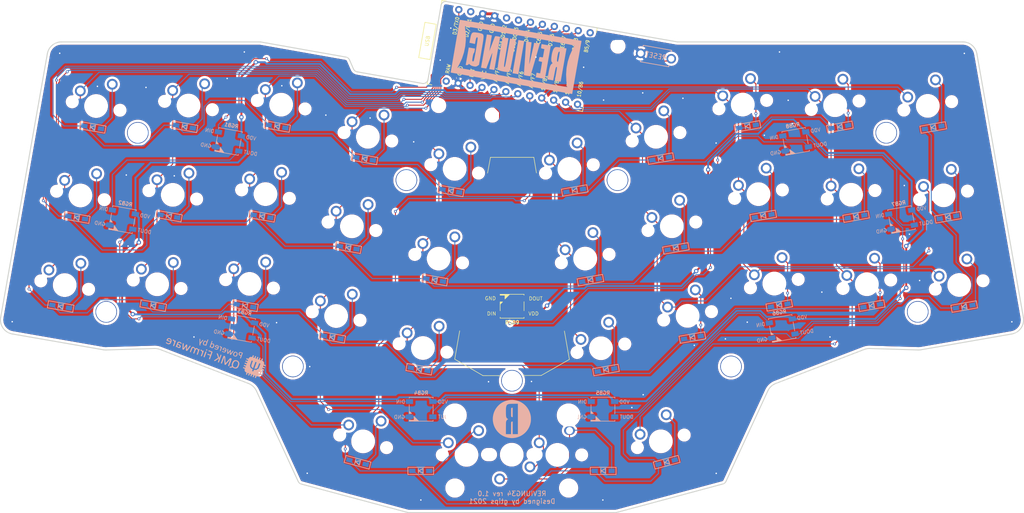
<source format=kicad_pcb>
(kicad_pcb (version 20171130) (host pcbnew "(5.1.9-0-10_14)")
  (title_block (title REVIUNG34) (date 2021-03-17) (rev 1))
  (layers (0 F.Cu signal) (31 B.Cu signal) (34 B.Paste user) (35 F.Paste user) (36 B.SilkS user) (37 F.SilkS user) (38 B.Mask user) (39 F.Mask user) (44 Edge.Cuts user))
  (net 0 "")
  (net 1 "Net-(D1-Pad2)")
  (net 2 row0)
  (net 3 "Net-(D2-Pad2)")
  (net 4 "Net-(D3-Pad2)")
  (net 5 "Net-(D4-Pad2)")
  (net 6 "Net-(D5-Pad2)")
  (net 7 "Net-(D6-Pad2)")
  (net 8 row1)
  (net 9 "Net-(D7-Pad2)")
  (net 10 "Net-(D8-Pad2)")
  (net 11 "Net-(D9-Pad2)")
  (net 12 "Net-(D10-Pad2)")
  (net 13 "Net-(D11-Pad2)")
  (net 14 row2)
  (net 15 "Net-(D12-Pad2)")
  (net 16 "Net-(D13-Pad2)")
  (net 17 "Net-(D14-Pad2)")
  (net 18 "Net-(D15-Pad2)")
  (net 19 "Net-(D16-Pad2)")
  (net 20 row3)
  (net 21 "Net-(D17-Pad2)")
  (net 22 "Net-(D18-Pad2)")
  (net 23 "Net-(D19-Pad2)")
  (net 24 "Net-(D20-Pad2)")
  (net 25 "Net-(D21-Pad2)")
  (net 26 "Net-(D22-Pad2)")
  (net 27 "Net-(D23-Pad2)")
  (net 28 "Net-(D24-Pad2)")
  (net 29 "Net-(D25-Pad2)")
  (net 30 "Net-(D26-Pad2)")
  (net 31 "Net-(D27-Pad2)")
  (net 32 "Net-(D28-Pad2)")
  (net 33 "Net-(D29-Pad2)")
  (net 34 "Net-(D30-Pad2)")
  (net 35 "Net-(D31-Pad2)")
  (net 36 "Net-(D32-Pad2)")
  (net 37 "Net-(D33-Pad2)")
  (net 38 "Net-(D34-Pad2)")
  (net 39 reset)
  (net 40 GND)
  (net 41 LED)
  (net 42 "Net-(RGB1-Pad2)")
  (net 43 VCC)
  (net 44 "Net-(RGB2-Pad2)")
  (net 45 "Net-(RGB3-Pad2)")
  (net 46 "Net-(RGB4-Pad2)")
  (net 47 "Net-(RGB5-Pad2)")
  (net 48 "Net-(RGB6-Pad2)")
  (net 49 "Net-(RGB7-Pad2)")
  (net 50 "Net-(RGB8-Pad2)")
  (net 51 col0)
  (net 52 col1)
  (net 53 col2)
  (net 54 col3)
  (net 55 col4)
  (net 56 col5)
  (net 57 col6)
  (net 58 col7)
  (net 59 col8)
  (net 60 "Net-(U1-Pad2)")
  (net 61 "Net-(U1-Pad5)")
  (net 62 "Net-(U1-Pad6)")
  (net 63 "Net-(U1-Pad12)")
  (net 64 "Net-(U1-Pad24)")
  (net 65 "Net-(RGB9-Pad2)")
  (module _reviung-kbd:R-x4-ver1 (layer B.Cu) (at 137.91 117.96 180)
    (fp_text reference G*** hide)
    (fp_text value LOGO hide)
  )
  (module _reviung-kbd:reviung-logo (layer B.Cu) (at 138.75 42 170)
    (fp_text reference G*** hide)
    (fp_text value LOGO hide)
  )
  (module _reviung-kbd:QMK-x4-ver1 (layer B.Cu) (at 75.96 104.11 160)
    (fp_text reference G*** hide)
    (fp_text value LOGO hide)
  )
  (module _reviung-kbd:ProMicro (layer F.Cu) (at 139.71 42.23 80)
    (fp_text reference U1 hide)
    (fp_text value ProMicro hide)
    (fp_text user "" (at -1.2515 -16.256 80) (layer B.SilkS) (effects (justify mirror)))
    (fp_text user "" (at -0.545 -20.1 80) (layer F.SilkS))
    (fp_text user RAW (at -4.995 -14.5 80 unlocked) (layer F.SilkS) (effects (font (size 0.75 0.67) (thickness 0.125))))
    (fp_text user GND (at -4.995 -11.95 80 unlocked) (layer F.SilkS) (effects (font (size 0.75 0.67) (thickness 0.125))))
    (fp_text user RST (at -4.995 -9.4 80 unlocked) (layer F.SilkS) (effects (font (size 0.75 0.67) (thickness 0.125))))
    (fp_text user VCC (at -4.995 -6.95 80 unlocked) (layer F.SilkS) (effects (font (size 0.75 0.67) (thickness 0.125))))
    (fp_text user A3/F4 (at -4.395 -4.25 80 unlocked) (layer F.SilkS) (effects (font (size 0.75 0.67) (thickness 0.125))))
    (fp_text user A2/F5 (at -4.395 -1.75 80 unlocked) (layer F.SilkS) (effects (font (size 0.75 0.67) (thickness 0.125))))
    (fp_text user A1/F6 (at -4.395 0.75 80 unlocked) (layer F.SilkS) (effects (font (size 0.75 0.67) (thickness 0.125))))
    (fp_text user A0/F7 (at -4.395 3.3 80 unlocked) (layer F.SilkS) (effects (font (size 0.75 0.67) (thickness 0.125))))
    (fp_text user 15/B1 (at -4.395 5.85 80 unlocked) (layer F.SilkS) (effects (font (size 0.75 0.67) (thickness 0.125))))
    (fp_text user 14/B3 (at -4.395 8.4 80 unlocked) (layer F.SilkS) (effects (font (size 0.75 0.67) (thickness 0.125))))
    (fp_text user 10/B6 (at -4.395 13.45 80 unlocked) (layer F.SilkS) (effects (font (size 0.75 0.67) (thickness 0.125))))
    (fp_text user 16/B2 (at -4.395 10.95 80 unlocked) (layer F.SilkS) (effects (font (size 0.75 0.67) (thickness 0.125))))
    (fp_text user E6/7 (at 4.705 8.25 80 unlocked) (layer F.SilkS) (effects (font (size 0.75 0.67) (thickness 0.125))))
    (fp_text user D7/6 (at 4.705 5.7 80 unlocked) (layer F.SilkS) (effects (font (size 0.75 0.67) (thickness 0.125))))
    (fp_text user GND (at 4.955 -9.35 80 unlocked) (layer F.SilkS) (effects (font (size 0.75 0.67) (thickness 0.125))))
    (fp_text user GND (at 4.955 -6.9 80 unlocked) (layer F.SilkS) (effects (font (size 0.75 0.67) (thickness 0.125))))
    (fp_text user D3/TX0 (at 4.155 -14.45 80 unlocked) (layer F.SilkS) (effects (font (size 0.75 0.67) (thickness 0.125))))
    (fp_text user D4/4 (at 4.705 0.6 80 unlocked) (layer F.SilkS) (effects (font (size 0.75 0.67) (thickness 0.125))))
    (fp_text user SDA/D1/2 (at 3.455 -4.4 80 unlocked) (layer F.SilkS) (effects (font (size 0.75 0.67) (thickness 0.125))))
    (fp_text user SCL/D0/3 (at 3.455 -1.9 80 unlocked) (layer F.SilkS) (effects (font (size 0.75 0.67) (thickness 0.125))))
    (fp_text user C6/5 (at 4.705 3.15 80 unlocked) (layer F.SilkS) (effects (font (size 0.75 0.67) (thickness 0.125))))
    (fp_text user B5/9 (at 4.705 13.3 80 unlocked) (layer F.SilkS) (effects (font (size 0.75 0.67) (thickness 0.125))))
    (fp_text user D2/RX1 (at 4.155 -11.9 80 unlocked) (layer F.SilkS) (effects (font (size 0.75 0.67) (thickness 0.125))))
    (fp_text user B4/8 (at 4.705 10.8 80 unlocked) (layer F.SilkS) (effects (font (size 0.75 0.67) (thickness 0.125))))
    (fp_text user USB (at 0 -19.8 80) (layer F.SilkS) (effects (font (size 0.75 0.75) (thickness 0.12))))
    (pad 24 thru_hole circle (at -7.6086 -14.478 80) (size 1.524 1.524) (drill 0.8128) (layers *.Cu *.Mask) (net 64 "Net-(U1-Pad24)"))
    (pad 23 thru_hole circle (at -7.6086 -11.938 80) (size 1.524 1.524) (drill 0.8128) (layers *.Cu *.Mask) (net 40 GND))
    (pad 22 thru_hole circle (at -7.6086 -9.398 80) (size 1.524 1.524) (drill 0.8128) (layers *.Cu *.Mask) (net 39 reset))
    (pad 21 thru_hole circle (at -7.6086 -6.858 80) (size 1.524 1.524) (drill 0.8128) (layers *.Cu *.Mask) (net 43 VCC))
    (pad 20 thru_hole circle (at -7.6086 -4.318 80) (size 1.524 1.524) (drill 0.8128) (layers *.Cu *.Mask) (net 2 row0))
    (pad 19 thru_hole circle (at -7.6086 -1.778 80) (size 1.524 1.524) (drill 0.8128) (layers *.Cu *.Mask) (net 8 row1))
    (pad 18 thru_hole circle (at -7.6086 0.762 80) (size 1.524 1.524) (drill 0.8128) (layers *.Cu *.Mask) (net 14 row2))
    (pad 17 thru_hole circle (at -7.6086 3.302 80) (size 1.524 1.524) (drill 0.8128) (layers *.Cu *.Mask) (net 20 row3))
    (pad 16 thru_hole circle (at -7.6086 5.842 80) (size 1.524 1.524) (drill 0.8128) (layers *.Cu *.Mask) (net 56 col5))
    (pad 15 thru_hole circle (at -7.6086 8.382 80) (size 1.524 1.524) (drill 0.8128) (layers *.Cu *.Mask) (net 57 col6))
    (pad 14 thru_hole circle (at -7.6086 10.922 80) (size 1.524 1.524) (drill 0.8128) (layers *.Cu *.Mask) (net 58 col7))
    (pad 13 thru_hole circle (at -7.6086 13.462 80) (size 1.524 1.524) (drill 0.8128) (layers *.Cu *.Mask) (net 59 col8))
    (pad 12 thru_hole circle (at 7.6114 13.462 80) (size 1.524 1.524) (drill 0.8128) (layers *.Cu *.Mask) (net 63 "Net-(U1-Pad12)"))
    (pad 11 thru_hole circle (at 7.6114 10.922 80) (size 1.524 1.524) (drill 0.8128) (layers *.Cu *.Mask) (net 55 col4))
    (pad 10 thru_hole circle (at 7.6114 8.382 80) (size 1.524 1.524) (drill 0.8128) (layers *.Cu *.Mask) (net 54 col3))
    (pad 9 thru_hole circle (at 7.6114 5.842 80) (size 1.524 1.524) (drill 0.8128) (layers *.Cu *.Mask) (net 53 col2))
    (pad 8 thru_hole circle (at 7.6114 3.302 80) (size 1.524 1.524) (drill 0.8128) (layers *.Cu *.Mask) (net 52 col1))
    (pad 7 thru_hole circle (at 7.6114 0.762 80) (size 1.524 1.524) (drill 0.8128) (layers *.Cu *.Mask) (net 51 col0))
    (pad 6 thru_hole circle (at 7.6114 -1.778 80) (size 1.524 1.524) (drill 0.8128) (layers *.Cu *.Mask) (net 62 "Net-(U1-Pad6)"))
    (pad 5 thru_hole circle (at 7.6114 -4.318 80) (size 1.524 1.524) (drill 0.8128) (layers *.Cu *.Mask) (net 61 "Net-(U1-Pad5)"))
    (pad 4 thru_hole circle (at 7.6114 -6.858 80) (size 1.524 1.524) (drill 0.8128) (layers *.Cu *.Mask) (net 40 GND))
    (pad 3 thru_hole circle (at 7.6114 -9.398 80) (size 1.524 1.524) (drill 0.8128) (layers *.Cu *.Mask) (net 40 GND))
    (pad 2 thru_hole circle (at 7.6114 -11.938 80) (size 1.524 1.524) (drill 0.8128) (layers *.Cu *.Mask) (net 60 "Net-(U1-Pad2)"))
    (pad 1 thru_hole circle (at 7.6114 -14.478 80) (size 1.524 1.524) (drill 0.8128) (layers *.Cu *.Mask) (net 41 LED))
  )
  (module _reviung-kbd:MXOnly-1U-NoLED (layer F.Cu) (at 186.26 52.12 10)
    (fp_text reference SW21)
    (fp_text value SW_PUSH)
    (pad 2 thru_hole circle (at 2.54 -5.08 10) (size 2.25 2.25) (drill 1.47) (layers *.Cu B.Mask) (net 25 "Net-(D21-Pad2)"))
    (pad "" np_thru_hole circle (at 0 0 10) (size 3.9878 3.9878) (drill 3.9878) (layers *.Cu *.Mask))
    (pad 1 thru_hole circle (at -3.81 -2.54 10) (size 2.25 2.25) (drill 1.47) (layers *.Cu B.Mask) (net 58 col7))
    (pad "" np_thru_hole circle (at -5.08 0 58.0996) (size 1.75 1.75) (drill 1.75) (layers *.Cu *.Mask))
    (pad "" np_thru_hole circle (at 5.08 0 58.0996) (size 1.75 1.75) (drill 1.75) (layers *.Cu *.Mask))
  )
  (module _reviung-kbd:HOLE_2.2mm (layer F.Cu) (at 160.11 39.87)
    (fp_text reference Ref**)
    (fp_text value Val**)
    (pad "" np_thru_hole circle (at 0 0) (size 2.2 2.2) (drill 2.2) (layers *.Cu *.Mask))
  )
  (module _reviung-kbd:HOLE_2.2mm (layer F.Cu) (at 133.81 54.32)
    (fp_text reference Ref**)
    (fp_text value Val**)
    (pad "" np_thru_hole circle (at 0 0) (size 2.2 2.2) (drill 2.2) (layers *.Cu *.Mask))
  )
  (module _reviung-kbd:HOLE_2.2mm (layer F.Cu) (at 122.56 52.32)
    (fp_text reference Ref**)
    (fp_text value Val**)
    (pad "" np_thru_hole circle (at 0 0) (size 2.2 2.2) (drill 2.2) (layers *.Cu *.Mask))
  )
  (module _reviung-kbd:HOLE_4.2mm (layer F.Cu) (at 222.91 95.53)
    (fp_text reference H9 hide)
    (fp_text value HOLE_4.2mm hide)
    (pad 1 thru_hole circle (at 0 0) (size 4.5 4.5) (drill 4.2) (layers *.Cu *.Mask))
  )
  (module _reviung-kbd:HOLE_4.2mm (layer F.Cu) (at 216.32 58.02)
    (fp_text reference H8 hide)
    (fp_text value HOLE_4.2mm hide)
    (pad 1 thru_hole circle (at 0 0) (size 4.5 4.5) (drill 4.2) (layers *.Cu *.Mask))
  )
  (module _reviung-kbd:HOLE_4.2mm (layer F.Cu) (at 160.02 67.94)
    (fp_text reference H6 hide)
    (fp_text value HOLE_4.2mm hide)
    (pad 1 thru_hole circle (at 0 0) (size 4.5 4.5) (drill 4.2) (layers *.Cu *.Mask))
  )
  (module _reviung-kbd:HOLE_4.2mm (layer F.Cu) (at 183.8 106.98)
    (fp_text reference H7 hide)
    (fp_text value HOLE_4.2mm hide)
    (pad 1 thru_hole circle (at 0 0) (size 4.5 4.5) (drill 4.2) (layers *.Cu *.Mask))
  )
  (module _reviung-kbd:HOLE_4.2mm (layer F.Cu) (at 137.91 109.96)
    (fp_text reference H5 hide)
    (fp_text value HOLE_4.2mm hide)
    (pad 1 thru_hole circle (at 0 0) (size 4.5 4.5) (drill 4.2) (layers *.Cu *.Mask))
  )
  (module _reviung-kbd:HOLE_4.2mm (layer F.Cu) (at 115.8 67.94)
    (fp_text reference H3 hide)
    (fp_text value HOLE_4.2mm hide)
    (pad 1 thru_hole circle (at 0 0) (size 4.5 4.5) (drill 4.2) (layers *.Cu *.Mask))
  )
  (module _reviung-kbd:HOLE_4.2mm (layer F.Cu) (at 92.02 106.97)
    (fp_text reference H4 hide)
    (fp_text value HOLE_4.2mm hide)
    (pad 1 thru_hole circle (at 0 0) (size 4.5 4.5) (drill 4.2) (layers *.Cu *.Mask))
  )
  (module _reviung-kbd:HOLE_4.2mm (layer F.Cu) (at 52.92 95.54)
    (fp_text reference H2 hide)
    (fp_text value HOLE_4.2mm hide)
    (pad 1 thru_hole circle (at 0 0) (size 4.5 4.5) (drill 4.2) (layers *.Cu *.Mask))
  )
  (module _reviung-kbd:HOLE_4.2mm (layer F.Cu) (at 59.54 58.03)
    (fp_text reference H1 hide)
    (fp_text value HOLE_4.2mm hide)
    (pad 1 thru_hole circle (at 0 0) (size 4.5 4.5) (drill 4.2) (layers *.Cu *.Mask))
  )
  (module _reviung-kbd:MXOnly-2U-NoLED-or1Ux2 (layer F.Cu) (at 137.87 125.46 180)
    (fp_text reference SW35)
    (fp_text value SW_PUSH)
    (pad "" np_thru_hole circle (at 11.90625 8.255 180) (size 3.9878 3.9878) (drill 3.9878) (layers *.Cu *.Mask))
    (pad "" np_thru_hole circle (at -11.90625 8.255 180) (size 3.9878 3.9878) (drill 3.9878) (layers *.Cu *.Mask))
    (pad "" np_thru_hole circle (at 11.90625 -6.985 180) (size 3.048 3.048) (drill 3.048) (layers *.Cu *.Mask))
    (pad "" np_thru_hole circle (at -11.90625 -6.985 180) (size 3.048 3.048) (drill 3.048) (layers *.Cu *.Mask))
    (pad "" np_thru_hole oval (at 4.76 0.02 180) (size 2.4 1.8) (drill oval 2.4 1.8) (layers *.Cu *.Mask))
    (pad "" np_thru_hole oval (at -4.76 0.02 180) (size 2.4 1.8) (drill oval 2.4 1.8) (layers *.Cu *.Mask))
    (pad 1 thru_hole circle (at -3.81 -2.54 180) (size 2.25 2.25) (drill 1.47) (layers *.Cu B.Mask) (net 55 col4))
    (pad "" np_thru_hole circle (at 0 0 180) (size 3.9878 3.9878) (drill 3.9878) (layers *.Cu *.Mask))
    (pad 2 thru_hole circle (at 2.54 -5.08 180) (size 2.25 2.25) (drill 1.47) (layers *.Cu B.Mask) (net 22 "Net-(D18-Pad2)"))
  )
  (module _reviung-kbd:D3_SMD_1side (layer B.Cu) (at 50.08 56.9 350)
    (fp_text reference D1 hide)
    (fp_text value 1N4148W hide)
    (pad 2 smd rect (at 1.775 0 350) (size 1.3 0.95) (layers B.Cu B.Paste B.Mask) (net 1 "Net-(D1-Pad2)"))
    (pad 1 smd rect (at -1.775 0 350) (size 1.3 0.95) (layers B.Cu B.Paste B.Mask) (net 2 row0))
  )
  (module _reviung-kbd:D3_SMD_1side (layer B.Cu) (at 69.33 56.76 350)
    (fp_text reference D2 hide)
    (fp_text value 1N4148W hide)
    (pad 2 smd rect (at 1.775 0 350) (size 1.3 0.95) (layers B.Cu B.Paste B.Mask) (net 3 "Net-(D2-Pad2)"))
    (pad 1 smd rect (at -1.775 0 350) (size 1.3 0.95) (layers B.Cu B.Paste B.Mask) (net 2 row0))
  )
  (module _reviung-kbd:D3_SMD_1side (layer B.Cu) (at 88.71 56.71 350)
    (fp_text reference D3 hide)
    (fp_text value 1N4148W hide)
    (pad 2 smd rect (at 1.775 0 350) (size 1.3 0.95) (layers B.Cu B.Paste B.Mask) (net 4 "Net-(D3-Pad2)"))
    (pad 1 smd rect (at -1.775 0 350) (size 1.3 0.95) (layers B.Cu B.Paste B.Mask) (net 2 row0))
  )
  (module _reviung-kbd:D3_SMD_1side (layer B.Cu) (at 107.03 63.49 350)
    (fp_text reference D4 hide)
    (fp_text value 1N4148W hide)
    (pad 2 smd rect (at 1.775 0 350) (size 1.3 0.95) (layers B.Cu B.Paste B.Mask) (net 5 "Net-(D4-Pad2)"))
    (pad 1 smd rect (at -1.775 0 350) (size 1.3 0.95) (layers B.Cu B.Paste B.Mask) (net 2 row0))
  )
  (module _reviung-kbd:D3_SMD_1side (layer B.Cu) (at 125.11 70.2 350)
    (fp_text reference D5 hide)
    (fp_text value 1N4148W hide)
    (pad 1 smd rect (at -1.775 0 350) (size 1.3 0.95) (layers B.Cu B.Paste B.Mask) (net 2 row0))
    (pad 2 smd rect (at 1.775 0 350) (size 1.3 0.95) (layers B.Cu B.Paste B.Mask) (net 6 "Net-(D5-Pad2)"))
  )
  (module _reviung-kbd:D3_SMD_1side (layer B.Cu) (at 46.74 75.8 350)
    (fp_text reference D6 hide)
    (fp_text value 1N4148W hide)
    (pad 2 smd rect (at 1.775 0 350) (size 1.3 0.95) (layers B.Cu B.Paste B.Mask) (net 7 "Net-(D6-Pad2)"))
    (pad 1 smd rect (at -1.775 0 350) (size 1.3 0.95) (layers B.Cu B.Paste B.Mask) (net 8 row1))
  )
  (module _reviung-kbd:D3_SMD_1side (layer B.Cu) (at 66.05 75.49 350)
    (fp_text reference D7 hide)
    (fp_text value 1N4148W hide)
    (pad 2 smd rect (at 1.775 0 350) (size 1.3 0.95) (layers B.Cu B.Paste B.Mask) (net 9 "Net-(D7-Pad2)"))
    (pad 1 smd rect (at -1.775 0 350) (size 1.3 0.95) (layers B.Cu B.Paste B.Mask) (net 8 row1))
  )
  (module _reviung-kbd:D3_SMD_1side (layer B.Cu) (at 85.56 75.53 350)
    (fp_text reference D8 hide)
    (fp_text value 1N4148W hide)
    (pad 2 smd rect (at 1.775 0 350) (size 1.3 0.95) (layers B.Cu B.Paste B.Mask) (net 10 "Net-(D8-Pad2)"))
    (pad 1 smd rect (at -1.775 0 350) (size 1.3 0.95) (layers B.Cu B.Paste B.Mask) (net 8 row1))
  )
  (module _reviung-kbd:D3_SMD_1side (layer B.Cu) (at 103.61 82.1 350)
    (fp_text reference D9 hide)
    (fp_text value 1N4148W hide)
    (pad 1 smd rect (at -1.775 0 350) (size 1.3 0.95) (layers B.Cu B.Paste B.Mask) (net 8 row1))
    (pad 2 smd rect (at 1.775 0 350) (size 1.3 0.95) (layers B.Cu B.Paste B.Mask) (net 11 "Net-(D9-Pad2)"))
  )
  (module _reviung-kbd:D3_SMD_1side (layer B.Cu) (at 121.71 88.87 350)
    (fp_text reference D10 hide)
    (fp_text value 1N4148W hide)
    (pad 1 smd rect (at -1.775 0 350) (size 1.3 0.95) (layers B.Cu B.Paste B.Mask) (net 8 row1))
    (pad 2 smd rect (at 1.775 0 350) (size 1.3 0.95) (layers B.Cu B.Paste B.Mask) (net 12 "Net-(D10-Pad2)"))
  )
  (module _reviung-kbd:D3_SMD_1side (layer B.Cu) (at 43.37 94.42 350)
    (fp_text reference D11 hide)
    (fp_text value 1N4148W hide)
    (pad 2 smd rect (at 1.775 0 350) (size 1.3 0.95) (layers B.Cu B.Paste B.Mask) (net 13 "Net-(D11-Pad2)"))
    (pad 1 smd rect (at -1.775 0 350) (size 1.3 0.95) (layers B.Cu B.Paste B.Mask) (net 14 row2))
  )
  (module _reviung-kbd:D3_SMD_1side (layer B.Cu) (at 62.76 94.23 350)
    (fp_text reference D12 hide)
    (fp_text value 1N4148W hide)
    (pad 2 smd rect (at 1.775 0 350) (size 1.3 0.95) (layers B.Cu B.Paste B.Mask) (net 15 "Net-(D12-Pad2)"))
    (pad 1 smd rect (at -1.775 0 350) (size 1.3 0.95) (layers B.Cu B.Paste B.Mask) (net 14 row2))
  )
  (module _reviung-kbd:D3_SMD_1side (layer B.Cu) (at 81.98 94.26 350)
    (fp_text reference D13 hide)
    (fp_text value 1N4148W hide)
    (pad 2 smd rect (at 1.775 0 350) (size 1.3 0.95) (layers B.Cu B.Paste B.Mask) (net 16 "Net-(D13-Pad2)"))
    (pad 1 smd rect (at -1.775 0 350) (size 1.3 0.95) (layers B.Cu B.Paste B.Mask) (net 14 row2))
  )
  (module _reviung-kbd:D3_SMD_1side (layer B.Cu) (at 100.26 100.87 350)
    (fp_text reference D14 hide)
    (fp_text value 1N4148W hide)
    (pad 1 smd rect (at -1.775 0 350) (size 1.3 0.95) (layers B.Cu B.Paste B.Mask) (net 14 row2))
    (pad 2 smd rect (at 1.775 0 350) (size 1.3 0.95) (layers B.Cu B.Paste B.Mask) (net 17 "Net-(D14-Pad2)"))
  )
  (module _reviung-kbd:D3_SMD_1side (layer B.Cu) (at 118.48 107.56 350)
    (fp_text reference D15 hide)
    (fp_text value 1N4148W hide)
    (pad 1 smd rect (at -1.775 0 350) (size 1.3 0.95) (layers B.Cu B.Paste B.Mask) (net 14 row2))
    (pad 2 smd rect (at 1.775 0 350) (size 1.3 0.95) (layers B.Cu B.Paste B.Mask) (net 18 "Net-(D15-Pad2)"))
  )
  (module _reviung-kbd:D3_SMD_1side (layer B.Cu) (at 105.56 127.04 345)
    (fp_text reference D16 hide)
    (fp_text value 1N4148W hide)
    (pad 2 smd rect (at 1.775 0 345) (size 1.3 0.95) (layers B.Cu B.Paste B.Mask) (net 19 "Net-(D16-Pad2)"))
    (pad 1 smd rect (at -1.775 0 345) (size 1.3 0.95) (layers B.Cu B.Paste B.Mask) (net 20 row3))
  )
  (module _reviung-kbd:D3_SMD_1side (layer B.Cu) (at 118.8 128.85)
    (fp_text reference D17 hide)
    (fp_text value 1N4148W hide)
    (pad 2 smd rect (at 1.775 0) (size 1.3 0.95) (layers B.Cu B.Paste B.Mask) (net 21 "Net-(D17-Pad2)"))
    (pad 1 smd rect (at -1.775 0) (size 1.3 0.95) (layers B.Cu B.Paste B.Mask) (net 20 row3))
  )
  (module _reviung-kbd:D3_SMD_1side (layer B.Cu) (at 157.02 128.85)
    (fp_text reference D18 hide)
    (fp_text value 1N4148W hide)
    (pad 2 smd rect (at 1.775 0) (size 1.3 0.95) (layers B.Cu B.Paste B.Mask) (net 22 "Net-(D18-Pad2)"))
    (pad 1 smd rect (at -1.775 0) (size 1.3 0.95) (layers B.Cu B.Paste B.Mask) (net 20 row3))
  )
  (module _reviung-kbd:D3_SMD_1side (layer B.Cu) (at 151.06 70.12 10)
    (fp_text reference D19 hide)
    (fp_text value 1N4148W hide)
    (pad 1 smd rect (at -1.775 0 10) (size 1.3 0.95) (layers B.Cu B.Paste B.Mask) (net 2 row0))
    (pad 2 smd rect (at 1.775 0 10) (size 1.3 0.95) (layers B.Cu B.Paste B.Mask) (net 23 "Net-(D19-Pad2)"))
  )
  (module _reviung-kbd:D3_SMD_1side (layer B.Cu) (at 169.06 63.43 10)
    (fp_text reference D20 hide)
    (fp_text value 1N4148W hide)
    (pad 1 smd rect (at -1.775 0 10) (size 1.3 0.95) (layers B.Cu B.Paste B.Mask) (net 2 row0))
    (pad 2 smd rect (at 1.775 0 10) (size 1.3 0.95) (layers B.Cu B.Paste B.Mask) (net 24 "Net-(D20-Pad2)"))
  )
  (module _reviung-kbd:D3_SMD_1side (layer B.Cu) (at 187.26 56.69 10)
    (fp_text reference D21 hide)
    (fp_text value 1N4148W hide)
    (pad 1 smd rect (at -1.775 0 10) (size 1.3 0.95) (layers B.Cu B.Paste B.Mask) (net 2 row0))
    (pad 2 smd rect (at 1.775 0 10) (size 1.3 0.95) (layers B.Cu B.Paste B.Mask) (net 25 "Net-(D21-Pad2)"))
  )
  (module _reviung-kbd:D3_SMD_1side (layer B.Cu) (at 206.6 56.78 10)
    (fp_text reference D22 hide)
    (fp_text value 1N4148W hide)
    (pad 1 smd rect (at -1.775 0 10) (size 1.3 0.95) (layers B.Cu B.Paste B.Mask) (net 2 row0))
    (pad 2 smd rect (at 1.775 0 10) (size 1.3 0.95) (layers B.Cu B.Paste B.Mask) (net 26 "Net-(D22-Pad2)"))
  )
  (module _reviung-kbd:D3_SMD_1side (layer B.Cu) (at 154.35 88.91 10)
    (fp_text reference D23 hide)
    (fp_text value 1N4148W hide)
    (pad 1 smd rect (at -1.775 0 10) (size 1.3 0.95) (layers B.Cu B.Paste B.Mask) (net 8 row1))
    (pad 2 smd rect (at 1.775 0 10) (size 1.3 0.95) (layers B.Cu B.Paste B.Mask) (net 27 "Net-(D23-Pad2)"))
  )
  (module _reviung-kbd:D3_SMD_1side (layer B.Cu) (at 172.25 82.25 10)
    (fp_text reference D24 hide)
    (fp_text value 1N4148W hide)
    (pad 1 smd rect (at -1.775 0 10) (size 1.3 0.95) (layers B.Cu B.Paste B.Mask) (net 8 row1))
    (pad 2 smd rect (at 1.775 0 10) (size 1.3 0.95) (layers B.Cu B.Paste B.Mask) (net 28 "Net-(D24-Pad2)"))
  )
  (module _reviung-kbd:D3_SMD_1side (layer B.Cu) (at 190.54 75.44 10)
    (fp_text reference D25 hide)
    (fp_text value 1N4148W hide)
    (pad 1 smd rect (at -1.775 0 10) (size 1.3 0.95) (layers B.Cu B.Paste B.Mask) (net 8 row1))
    (pad 2 smd rect (at 1.775 0 10) (size 1.3 0.95) (layers B.Cu B.Paste B.Mask) (net 29 "Net-(D25-Pad2)"))
  )
  (module _reviung-kbd:D3_SMD_1side (layer B.Cu) (at 209.99 75.59 10)
    (fp_text reference D26 hide)
    (fp_text value 1N4148W hide)
    (pad 1 smd rect (at -1.775 0 10) (size 1.3 0.95) (layers B.Cu B.Paste B.Mask) (net 8 row1))
    (pad 2 smd rect (at 1.775 0 10) (size 1.3 0.95) (layers B.Cu B.Paste B.Mask) (net 30 "Net-(D26-Pad2)"))
  )
  (module _reviung-kbd:D3_SMD_1side (layer B.Cu) (at 157.61 107.72 10)
    (fp_text reference D27 hide)
    (fp_text value 1N4148W hide)
    (pad 1 smd rect (at -1.775 0 10) (size 1.3 0.95) (layers B.Cu B.Paste B.Mask) (net 14 row2))
    (pad 2 smd rect (at 1.775 0 10) (size 1.3 0.95) (layers B.Cu B.Paste B.Mask) (net 31 "Net-(D27-Pad2)"))
  )
  (module _reviung-kbd:D3_SMD_1side (layer B.Cu) (at 175.71 100.92 10)
    (fp_text reference D28 hide)
    (fp_text value 1N4148W hide)
    (pad 1 smd rect (at -1.775 0 10) (size 1.3 0.95) (layers B.Cu B.Paste B.Mask) (net 14 row2))
    (pad 2 smd rect (at 1.775 0 10) (size 1.3 0.95) (layers B.Cu B.Paste B.Mask) (net 32 "Net-(D28-Pad2)"))
  )
  (module _reviung-kbd:D3_SMD_1side (layer B.Cu) (at 193.9 94.18 10)
    (fp_text reference D29 hide)
    (fp_text value 1N4148W hide)
    (pad 1 smd rect (at -1.775 0 10) (size 1.3 0.95) (layers B.Cu B.Paste B.Mask) (net 14 row2))
    (pad 2 smd rect (at 1.775 0 10) (size 1.3 0.95) (layers B.Cu B.Paste B.Mask) (net 33 "Net-(D29-Pad2)"))
  )
  (module _reviung-kbd:D3_SMD_1side (layer B.Cu) (at 213.27 94.25 10)
    (fp_text reference D30 hide)
    (fp_text value 1N4148W hide)
    (pad 1 smd rect (at -1.775 0 10) (size 1.3 0.95) (layers B.Cu B.Paste B.Mask) (net 14 row2))
    (pad 2 smd rect (at 1.775 0 10) (size 1.3 0.95) (layers B.Cu B.Paste B.Mask) (net 34 "Net-(D30-Pad2)"))
  )
  (module _reviung-kbd:D3_SMD_1side (layer B.Cu) (at 226.16 56.92 10)
    (fp_text reference D31 hide)
    (fp_text value 1N4148W hide)
    (pad 2 smd rect (at 1.775 0 10) (size 1.3 0.95) (layers B.Cu B.Paste B.Mask) (net 35 "Net-(D31-Pad2)"))
    (pad 1 smd rect (at -1.775 0 10) (size 1.3 0.95) (layers B.Cu B.Paste B.Mask) (net 20 row3))
  )
  (module _reviung-kbd:D3_SMD_1side (layer B.Cu) (at 229.25 75.73 10)
    (fp_text reference D32 hide)
    (fp_text value 1N4148W hide)
    (pad 2 smd rect (at 1.775 0 10) (size 1.3 0.95) (layers B.Cu B.Paste B.Mask) (net 36 "Net-(D32-Pad2)"))
    (pad 1 smd rect (at -1.775 0 10) (size 1.3 0.95) (layers B.Cu B.Paste B.Mask) (net 20 row3))
  )
  (module _reviung-kbd:D3_SMD_1side (layer B.Cu) (at 232.64 94.43 10)
    (fp_text reference D33 hide)
    (fp_text value 1N4148W hide)
    (pad 2 smd rect (at 1.775 0 10) (size 1.3 0.95) (layers B.Cu B.Paste B.Mask) (net 37 "Net-(D33-Pad2)"))
    (pad 1 smd rect (at -1.775 0 10) (size 1.3 0.95) (layers B.Cu B.Paste B.Mask) (net 20 row3))
  )
  (module _reviung-kbd:D3_SMD_1side (layer B.Cu) (at 170.31 127.03 15)
    (fp_text reference D34 hide)
    (fp_text value 1N4148W hide)
    (pad 2 smd rect (at 1.775 0 15) (size 1.3 0.95) (layers B.Cu B.Paste B.Mask) (net 38 "Net-(D34-Pad2)"))
    (pad 1 smd rect (at -1.775 0 15) (size 1.3 0.95) (layers B.Cu B.Paste B.Mask) (net 20 row3))
  )
  (module _reviung-kbd:ResetSW_1side (layer B.Cu) (at 168.08 41.95 350)
    (fp_text reference RESET1 hide)
    (fp_text value SW_PUSH)
    (fp_text user RESET (at 0 0 350) (layer B.SilkS) (effects (justify mirror)))
    (pad 1 thru_hole circle (at 3.25 0 350) (size 2 2) (drill 1.3) (layers *.Cu *.Mask) (net 39 reset))
    (pad 2 thru_hole circle (at -3.25 0 350) (size 2 2) (drill 1.3) (layers *.Cu *.Mask) (net 40 GND))
  )
  (module _reviung-kbd:LED_WS2812B_PLCC4_5.0x5.0mm_P3.2mm (layer B.Cu) (at 78.55 59.85 170)
    (fp_text reference RGB1 (at 0 3.4 350) (layer B.SilkS) (effects (font (size 0.75 0.75)) (justify mirror)))
    (fp_text value WS2812B)
    (fp_text user DOUT (at -4.95 -1.6 350) (layer B.SilkS) (effects (font (size 0.75 0.75) (thickness 0.1)) (justify mirror)))
    (fp_text user VDD (at -4.5 1.55 350) (layer B.SilkS) (effects (font (size 0.75 0.75) (thickness 0.1)) (justify mirror)))
    (fp_text user DIN (at 4.3 1.55 350) (layer B.SilkS) (effects (font (size 0.75 0.75) (thickness 0.1)) (justify mirror)))
    (fp_text user GND (at 4.55 -1.64 350) (layer B.SilkS) (effects (font (size 0.75 0.75) (thickness 0.1)) (justify mirror)))
    (pad 3 smd rect (at 2.45 -1.6 170) (size 1.5 1) (layers B.Cu B.Paste B.Mask) (net 40 GND))
    (pad 4 smd rect (at 2.45 1.6 170) (size 1.5 1) (layers B.Cu B.Paste B.Mask) (net 41 LED))
    (pad 2 smd rect (at -2.45 -1.6 170) (size 1.5 1) (layers B.Cu B.Paste B.Mask) (net 42 "Net-(RGB1-Pad2)"))
    (pad 1 smd rect (at -2.45 1.6 170) (size 1.5 1) (layers B.Cu B.Paste B.Mask) (net 43 VCC))
  )
  (module _reviung-kbd:LED_WS2812B_PLCC4_5.0x5.0mm_P3.2mm (layer B.Cu) (at 56.34 76.22 170)
    (fp_text reference RGB2 (at 0 3.4 350) (layer B.SilkS) (effects (font (size 0.75 0.75)) (justify mirror)))
    (fp_text value WS2812B)
    (fp_text user DOUT (at -4.95 -1.6 350) (layer B.SilkS) (effects (font (size 0.75 0.75) (thickness 0.1)) (justify mirror)))
    (fp_text user VDD (at -4.5 1.55 350) (layer B.SilkS) (effects (font (size 0.75 0.75) (thickness 0.1)) (justify mirror)))
    (fp_text user DIN (at 4.3 1.55 350) (layer B.SilkS) (effects (font (size 0.75 0.75) (thickness 0.1)) (justify mirror)))
    (fp_text user GND (at 4.55 -1.64 350) (layer B.SilkS) (effects (font (size 0.75 0.75) (thickness 0.1)) (justify mirror)))
    (pad 3 smd rect (at 2.45 -1.6 170) (size 1.5 1) (layers B.Cu B.Paste B.Mask) (net 40 GND))
    (pad 4 smd rect (at 2.45 1.6 170) (size 1.5 1) (layers B.Cu B.Paste B.Mask) (net 42 "Net-(RGB1-Pad2)"))
    (pad 2 smd rect (at -2.45 -1.6 170) (size 1.5 1) (layers B.Cu B.Paste B.Mask) (net 44 "Net-(RGB2-Pad2)"))
    (pad 1 smd rect (at -2.45 1.6 170) (size 1.5 1) (layers B.Cu B.Paste B.Mask) (net 43 VCC))
  )
  (module _reviung-kbd:LED_WS2812B_PLCC4_5.0x5.0mm_P3.2mm (layer B.Cu) (at 81.31 99.01 170)
    (fp_text reference RGB3 (at 0 3.4 350) (layer B.SilkS) (effects (font (size 0.75 0.75)) (justify mirror)))
    (fp_text value WS2812B)
    (fp_text user GND (at 4.55 -1.64 350) (layer B.SilkS) (effects (font (size 0.75 0.75) (thickness 0.1)) (justify mirror)))
    (fp_text user DIN (at 4.3 1.55 350) (layer B.SilkS) (effects (font (size 0.75 0.75) (thickness 0.1)) (justify mirror)))
    (fp_text user VDD (at -4.5 1.55 350) (layer B.SilkS) (effects (font (size 0.75 0.75) (thickness 0.1)) (justify mirror)))
    (fp_text user DOUT (at -4.95 -1.6 350) (layer B.SilkS) (effects (font (size 0.75 0.75) (thickness 0.1)) (justify mirror)))
    (pad 1 smd rect (at -2.45 1.6 170) (size 1.5 1) (layers B.Cu B.Paste B.Mask) (net 43 VCC))
    (pad 2 smd rect (at -2.45 -1.6 170) (size 1.5 1) (layers B.Cu B.Paste B.Mask) (net 45 "Net-(RGB3-Pad2)"))
    (pad 4 smd rect (at 2.45 1.6 170) (size 1.5 1) (layers B.Cu B.Paste B.Mask) (net 44 "Net-(RGB2-Pad2)"))
    (pad 3 smd rect (at 2.45 -1.6 170) (size 1.5 1) (layers B.Cu B.Paste B.Mask) (net 40 GND))
  )
  (module _reviung-kbd:LED_WS2812B_PLCC4_5.0x5.0mm_P3.2mm (layer B.Cu) (at 118.89 115.93 180)
    (fp_text reference RGB4 (at 0 3.4) (layer B.SilkS) (effects (font (size 0.75 0.75)) (justify mirror)))
    (fp_text value WS2812B)
    (fp_text user DOUT (at -4.95 -1.6) (layer B.SilkS) (effects (font (size 0.75 0.75) (thickness 0.1)) (justify mirror)))
    (fp_text user VDD (at -4.5 1.55) (layer B.SilkS) (effects (font (size 0.75 0.75) (thickness 0.1)) (justify mirror)))
    (fp_text user DIN (at 4.3 1.55) (layer B.SilkS) (effects (font (size 0.75 0.75) (thickness 0.1)) (justify mirror)))
    (fp_text user GND (at 4.55 -1.64) (layer B.SilkS) (effects (font (size 0.75 0.75) (thickness 0.1)) (justify mirror)))
    (pad 3 smd rect (at 2.45 -1.6 180) (size 1.5 1) (layers B.Cu B.Paste B.Mask) (net 40 GND))
    (pad 4 smd rect (at 2.45 1.6 180) (size 1.5 1) (layers B.Cu B.Paste B.Mask) (net 45 "Net-(RGB3-Pad2)"))
    (pad 2 smd rect (at -2.45 -1.6 180) (size 1.5 1) (layers B.Cu B.Paste B.Mask) (net 46 "Net-(RGB4-Pad2)"))
    (pad 1 smd rect (at -2.45 1.6 180) (size 1.5 1) (layers B.Cu B.Paste B.Mask) (net 43 VCC))
  )
  (module _reviung-kbd:LED_WS2812B_PLCC4_5.0x5.0mm_P3.2mm (layer B.Cu) (at 156.97 115.93 180)
    (fp_text reference RGB5 (at 0 3.4) (layer B.SilkS) (effects (font (size 0.75 0.75)) (justify mirror)))
    (fp_text value WS2812B)
    (fp_text user GND (at 4.55 -1.64) (layer B.SilkS) (effects (font (size 0.75 0.75) (thickness 0.1)) (justify mirror)))
    (fp_text user DIN (at 4.3 1.55) (layer B.SilkS) (effects (font (size 0.75 0.75) (thickness 0.1)) (justify mirror)))
    (fp_text user VDD (at -4.5 1.55) (layer B.SilkS) (effects (font (size 0.75 0.75) (thickness 0.1)) (justify mirror)))
    (fp_text user DOUT (at -4.95 -1.6) (layer B.SilkS) (effects (font (size 0.75 0.75) (thickness 0.1)) (justify mirror)))
    (pad 1 smd rect (at -2.45 1.6 180) (size 1.5 1) (layers B.Cu B.Paste B.Mask) (net 43 VCC))
    (pad 2 smd rect (at -2.45 -1.6 180) (size 1.5 1) (layers B.Cu B.Paste B.Mask) (net 47 "Net-(RGB5-Pad2)"))
    (pad 4 smd rect (at 2.45 1.6 180) (size 1.5 1) (layers B.Cu B.Paste B.Mask) (net 46 "Net-(RGB4-Pad2)"))
    (pad 3 smd rect (at 2.45 -1.6 180) (size 1.5 1) (layers B.Cu B.Paste B.Mask) (net 40 GND))
  )
  (module _reviung-kbd:LED_WS2812B_PLCC4_5.0x5.0mm_P3.2mm (layer B.Cu) (at 194.51 99.02 190)
    (fp_text reference RGB6 (at 0 3.4 190) (layer B.SilkS) (effects (font (size 0.75 0.75)) (justify mirror)))
    (fp_text value WS2812B)
    (fp_text user GND (at 4.55 -1.64 190) (layer B.SilkS) (effects (font (size 0.75 0.75) (thickness 0.1)) (justify mirror)))
    (fp_text user DIN (at 4.3 1.55 190) (layer B.SilkS) (effects (font (size 0.75 0.75) (thickness 0.1)) (justify mirror)))
    (fp_text user VDD (at -4.5 1.55 190) (layer B.SilkS) (effects (font (size 0.75 0.75) (thickness 0.1)) (justify mirror)))
    (fp_text user DOUT (at -4.95 -1.6 190) (layer B.SilkS) (effects (font (size 0.75 0.75) (thickness 0.1)) (justify mirror)))
    (pad 1 smd rect (at -2.45 1.6 190) (size 1.5 1) (layers B.Cu B.Paste B.Mask) (net 43 VCC))
    (pad 2 smd rect (at -2.45 -1.6 190) (size 1.5 1) (layers B.Cu B.Paste B.Mask) (net 48 "Net-(RGB6-Pad2)"))
    (pad 4 smd rect (at 2.45 1.6 190) (size 1.5 1) (layers B.Cu B.Paste B.Mask) (net 47 "Net-(RGB5-Pad2)"))
    (pad 3 smd rect (at 2.45 -1.6 190) (size 1.5 1) (layers B.Cu B.Paste B.Mask) (net 40 GND))
  )
  (module _reviung-kbd:LED_WS2812B_PLCC4_5.0x5.0mm_P3.2mm (layer B.Cu) (at 219.51 76.2 190)
    (fp_text reference RGB7 (at 0 3.4 190) (layer B.SilkS) (effects (font (size 0.75 0.75)) (justify mirror)))
    (fp_text value WS2812B)
    (fp_text user DOUT (at -4.95 -1.6 190) (layer B.SilkS) (effects (font (size 0.75 0.75) (thickness 0.1)) (justify mirror)))
    (fp_text user VDD (at -4.5 1.55 190) (layer B.SilkS) (effects (font (size 0.75 0.75) (thickness 0.1)) (justify mirror)))
    (fp_text user DIN (at 4.3 1.55 190) (layer B.SilkS) (effects (font (size 0.75 0.75) (thickness 0.1)) (justify mirror)))
    (fp_text user GND (at 4.55 -1.64 190) (layer B.SilkS) (effects (font (size 0.75 0.75) (thickness 0.1)) (justify mirror)))
    (pad 3 smd rect (at 2.45 -1.6 190) (size 1.5 1) (layers B.Cu B.Paste B.Mask) (net 40 GND))
    (pad 4 smd rect (at 2.45 1.6 190) (size 1.5 1) (layers B.Cu B.Paste B.Mask) (net 48 "Net-(RGB6-Pad2)"))
    (pad 2 smd rect (at -2.45 -1.6 190) (size 1.5 1) (layers B.Cu B.Paste B.Mask) (net 49 "Net-(RGB7-Pad2)"))
    (pad 1 smd rect (at -2.45 1.6 190) (size 1.5 1) (layers B.Cu B.Paste B.Mask) (net 43 VCC))
  )
  (module _reviung-kbd:LED_WS2812B_PLCC4_5.0x5.0mm_P3.2mm (layer B.Cu) (at 197.33 59.83 190)
    (fp_text reference RGB8 (at 0 3.4 190) (layer B.SilkS) (effects (font (size 0.75 0.75)) (justify mirror)))
    (fp_text value WS2812B)
    (fp_text user GND (at 4.55 -1.64 190) (layer B.SilkS) (effects (font (size 0.75 0.75) (thickness 0.1)) (justify mirror)))
    (fp_text user DIN (at 4.3 1.55 190) (layer B.SilkS) (effects (font (size 0.75 0.75) (thickness 0.1)) (justify mirror)))
    (fp_text user VDD (at -4.5 1.55 190) (layer B.SilkS) (effects (font (size 0.75 0.75) (thickness 0.1)) (justify mirror)))
    (fp_text user DOUT (at -4.95 -1.6 190) (layer B.SilkS) (effects (font (size 0.75 0.75) (thickness 0.1)) (justify mirror)))
    (pad 1 smd rect (at -2.45 1.6 190) (size 1.5 1) (layers B.Cu B.Paste B.Mask) (net 43 VCC))
    (pad 2 smd rect (at -2.45 -1.6 190) (size 1.5 1) (layers B.Cu B.Paste B.Mask) (net 50 "Net-(RGB8-Pad2)"))
    (pad 4 smd rect (at 2.45 1.6 190) (size 1.5 1) (layers B.Cu B.Paste B.Mask) (net 49 "Net-(RGB7-Pad2)"))
    (pad 3 smd rect (at 2.45 -1.6 190) (size 1.5 1) (layers B.Cu B.Paste B.Mask) (net 40 GND))
  )
  (module _reviung-kbd:LED_WS2812B_PLCC4_5.0x5.0mm_P3.2mm (layer F.Cu) (at 137.94 94.36 180)
    (fp_text reference RGB9 (at 0 -3.4) (layer F.SilkS) (effects (font (size 0.75 0.75))))
    (fp_text value WS2812B)
    (fp_text user DOUT (at -4.95 1.6) (layer F.SilkS) (effects (font (size 0.75 0.75) (thickness 0.1))))
    (fp_text user VDD (at -4.5 -1.55) (layer F.SilkS) (effects (font (size 0.75 0.75) (thickness 0.1))))
    (fp_text user DIN (at 4.3 -1.55) (layer F.SilkS) (effects (font (size 0.75 0.75) (thickness 0.1))))
    (fp_text user GND (at 4.55 1.64) (layer F.SilkS) (effects (font (size 0.75 0.75) (thickness 0.1))))
    (pad 3 smd rect (at 2.45 1.6 180) (size 1.5 1) (layers F.Cu F.Paste F.Mask) (net 40 GND))
    (pad 4 smd rect (at 2.45 -1.6 180) (size 1.5 1) (layers F.Cu F.Paste F.Mask) (net 50 "Net-(RGB8-Pad2)"))
    (pad 2 smd rect (at -2.45 1.6 180) (size 1.5 1) (layers F.Cu F.Paste F.Mask) (net 65 "Net-(RGB9-Pad2)"))
    (pad 1 smd rect (at -2.45 -1.6 180) (size 1.5 1) (layers F.Cu F.Paste F.Mask) (net 43 VCC))
  )
  (module _reviung-kbd:MXOnly-1U-NoLED (layer F.Cu) (at 50.8 52.42 350)
    (fp_text reference SW1)
    (fp_text value SW_PUSH)
    (pad "" np_thru_hole circle (at 5.08 0 38.0996) (size 1.75 1.75) (drill 1.75) (layers *.Cu *.Mask))
    (pad "" np_thru_hole circle (at -5.08 0 38.0996) (size 1.75 1.75) (drill 1.75) (layers *.Cu *.Mask))
    (pad 1 thru_hole circle (at -3.81 -2.54 350) (size 2.25 2.25) (drill 1.47) (layers *.Cu B.Mask) (net 51 col0))
    (pad "" np_thru_hole circle (at 0 0 350) (size 3.9878 3.9878) (drill 3.9878) (layers *.Cu *.Mask))
    (pad 2 thru_hole circle (at 2.54 -5.08 350) (size 2.25 2.25) (drill 1.47) (layers *.Cu B.Mask) (net 1 "Net-(D1-Pad2)"))
  )
  (module _reviung-kbd:MXOnly-1U-NoLED (layer F.Cu) (at 70.15 52.32 350)
    (fp_text reference SW2)
    (fp_text value SW_PUSH)
    (pad "" np_thru_hole circle (at 5.08 0 38.0996) (size 1.75 1.75) (drill 1.75) (layers *.Cu *.Mask))
    (pad "" np_thru_hole circle (at -5.08 0 38.0996) (size 1.75 1.75) (drill 1.75) (layers *.Cu *.Mask))
    (pad 1 thru_hole circle (at -3.81 -2.54 350) (size 2.25 2.25) (drill 1.47) (layers *.Cu B.Mask) (net 52 col1))
    (pad "" np_thru_hole circle (at 0 0 350) (size 3.9878 3.9878) (drill 3.9878) (layers *.Cu *.Mask))
    (pad 2 thru_hole circle (at 2.54 -5.08 350) (size 2.25 2.25) (drill 1.47) (layers *.Cu B.Mask) (net 3 "Net-(D2-Pad2)"))
  )
  (module _reviung-kbd:MXOnly-1U-NoLED (layer F.Cu) (at 89.57 52.14 350)
    (fp_text reference SW3)
    (fp_text value SW_PUSH)
    (pad "" np_thru_hole circle (at 5.08 0 38.0996) (size 1.75 1.75) (drill 1.75) (layers *.Cu *.Mask))
    (pad "" np_thru_hole circle (at -5.08 0 38.0996) (size 1.75 1.75) (drill 1.75) (layers *.Cu *.Mask))
    (pad 1 thru_hole circle (at -3.81 -2.54 350) (size 2.25 2.25) (drill 1.47) (layers *.Cu B.Mask) (net 53 col2))
    (pad "" np_thru_hole circle (at 0 0 350) (size 3.9878 3.9878) (drill 3.9878) (layers *.Cu *.Mask))
    (pad 2 thru_hole circle (at 2.54 -5.08 350) (size 2.25 2.25) (drill 1.47) (layers *.Cu B.Mask) (net 4 "Net-(D3-Pad2)"))
  )
  (module _reviung-kbd:MXOnly-1U-NoLED (layer F.Cu) (at 107.73 58.87 350)
    (fp_text reference SW4)
    (fp_text value SW_PUSH)
    (pad "" np_thru_hole circle (at 5.08 0 38.0996) (size 1.75 1.75) (drill 1.75) (layers *.Cu *.Mask))
    (pad "" np_thru_hole circle (at -5.08 0 38.0996) (size 1.75 1.75) (drill 1.75) (layers *.Cu *.Mask))
    (pad 1 thru_hole circle (at -3.81 -2.54 350) (size 2.25 2.25) (drill 1.47) (layers *.Cu B.Mask) (net 54 col3))
    (pad "" np_thru_hole circle (at 0 0 350) (size 3.9878 3.9878) (drill 3.9878) (layers *.Cu *.Mask))
    (pad 2 thru_hole circle (at 2.54 -5.08 350) (size 2.25 2.25) (drill 1.47) (layers *.Cu B.Mask) (net 5 "Net-(D4-Pad2)"))
  )
  (module _reviung-kbd:MXOnly-1U-NoLED (layer F.Cu) (at 125.91 65.59 350)
    (fp_text reference SW5)
    (fp_text value SW_PUSH)
    (pad 2 thru_hole circle (at 2.54 -5.08 350) (size 2.25 2.25) (drill 1.47) (layers *.Cu B.Mask) (net 6 "Net-(D5-Pad2)"))
    (pad "" np_thru_hole circle (at 0 0 350) (size 3.9878 3.9878) (drill 3.9878) (layers *.Cu *.Mask))
    (pad 1 thru_hole circle (at -3.81 -2.54 350) (size 2.25 2.25) (drill 1.47) (layers *.Cu B.Mask) (net 55 col4))
    (pad "" np_thru_hole circle (at -5.08 0 38.0996) (size 1.75 1.75) (drill 1.75) (layers *.Cu *.Mask))
    (pad "" np_thru_hole circle (at 5.08 0 38.0996) (size 1.75 1.75) (drill 1.75) (layers *.Cu *.Mask))
  )
  (module _reviung-kbd:MXOnly-1U-NoLED (layer F.Cu) (at 47.52 71.16 350)
    (fp_text reference SW6)
    (fp_text value SW_PUSH)
    (pad "" np_thru_hole circle (at 5.08 0 38.0996) (size 1.75 1.75) (drill 1.75) (layers *.Cu *.Mask))
    (pad "" np_thru_hole circle (at -5.08 0 38.0996) (size 1.75 1.75) (drill 1.75) (layers *.Cu *.Mask))
    (pad 1 thru_hole circle (at -3.81 -2.54 350) (size 2.25 2.25) (drill 1.47) (layers *.Cu B.Mask) (net 51 col0))
    (pad "" np_thru_hole circle (at 0 0 350) (size 3.9878 3.9878) (drill 3.9878) (layers *.Cu *.Mask))
    (pad 2 thru_hole circle (at 2.54 -5.08 350) (size 2.25 2.25) (drill 1.47) (layers *.Cu B.Mask) (net 7 "Net-(D6-Pad2)"))
  )
  (module _reviung-kbd:MXOnly-1U-NoLED (layer F.Cu) (at 66.86 71.03 350)
    (fp_text reference SW7)
    (fp_text value SW_PUSH)
    (pad "" np_thru_hole circle (at 5.08 0 38.0996) (size 1.75 1.75) (drill 1.75) (layers *.Cu *.Mask))
    (pad "" np_thru_hole circle (at -5.08 0 38.0996) (size 1.75 1.75) (drill 1.75) (layers *.Cu *.Mask))
    (pad 1 thru_hole circle (at -3.81 -2.54 350) (size 2.25 2.25) (drill 1.47) (layers *.Cu B.Mask) (net 52 col1))
    (pad "" np_thru_hole circle (at 0 0 350) (size 3.9878 3.9878) (drill 3.9878) (layers *.Cu *.Mask))
    (pad 2 thru_hole circle (at 2.54 -5.08 350) (size 2.25 2.25) (drill 1.47) (layers *.Cu B.Mask) (net 9 "Net-(D7-Pad2)"))
  )
  (module _reviung-kbd:MXOnly-1U-NoLED (layer F.Cu) (at 86.28 70.87 350)
    (fp_text reference SW8)
    (fp_text value SW_PUSH)
    (pad "" np_thru_hole circle (at 5.08 0 38.0996) (size 1.75 1.75) (drill 1.75) (layers *.Cu *.Mask))
    (pad "" np_thru_hole circle (at -5.08 0 38.0996) (size 1.75 1.75) (drill 1.75) (layers *.Cu *.Mask))
    (pad 1 thru_hole circle (at -3.81 -2.54 350) (size 2.25 2.25) (drill 1.47) (layers *.Cu B.Mask) (net 53 col2))
    (pad "" np_thru_hole circle (at 0 0 350) (size 3.9878 3.9878) (drill 3.9878) (layers *.Cu *.Mask))
    (pad 2 thru_hole circle (at 2.54 -5.08 350) (size 2.25 2.25) (drill 1.47) (layers *.Cu B.Mask) (net 10 "Net-(D8-Pad2)"))
  )
  (module _reviung-kbd:MXOnly-1U-NoLED (layer F.Cu) (at 104.39 77.62 350)
    (fp_text reference SW9)
    (fp_text value SW_PUSH)
    (pad "" np_thru_hole circle (at 5.08 0 38.0996) (size 1.75 1.75) (drill 1.75) (layers *.Cu *.Mask))
    (pad "" np_thru_hole circle (at -5.08 0 38.0996) (size 1.75 1.75) (drill 1.75) (layers *.Cu *.Mask))
    (pad 1 thru_hole circle (at -3.81 -2.54 350) (size 2.25 2.25) (drill 1.47) (layers *.Cu B.Mask) (net 54 col3))
    (pad "" np_thru_hole circle (at 0 0 350) (size 3.9878 3.9878) (drill 3.9878) (layers *.Cu *.Mask))
    (pad 2 thru_hole circle (at 2.54 -5.08 350) (size 2.25 2.25) (drill 1.47) (layers *.Cu B.Mask) (net 11 "Net-(D9-Pad2)"))
  )
  (module _reviung-kbd:MXOnly-1U-NoLED (layer F.Cu) (at 122.56 84.39 350)
    (fp_text reference SW10)
    (fp_text value SW_PUSH)
    (pad "" np_thru_hole circle (at 5.08 0 38.0996) (size 1.75 1.75) (drill 1.75) (layers *.Cu *.Mask))
    (pad "" np_thru_hole circle (at -5.08 0 38.0996) (size 1.75 1.75) (drill 1.75) (layers *.Cu *.Mask))
    (pad 1 thru_hole circle (at -3.81 -2.54 350) (size 2.25 2.25) (drill 1.47) (layers *.Cu B.Mask) (net 55 col4))
    (pad "" np_thru_hole circle (at 0 0 350) (size 3.9878 3.9878) (drill 3.9878) (layers *.Cu *.Mask))
    (pad 2 thru_hole circle (at 2.54 -5.08 350) (size 2.25 2.25) (drill 1.47) (layers *.Cu B.Mask) (net 12 "Net-(D10-Pad2)"))
  )
  (module _reviung-kbd:MXOnly-1U-NoLED (layer F.Cu) (at 44.22 89.93 350)
    (fp_text reference SW11)
    (fp_text value SW_PUSH)
    (pad "" np_thru_hole circle (at 5.08 0 38.0996) (size 1.75 1.75) (drill 1.75) (layers *.Cu *.Mask))
    (pad "" np_thru_hole circle (at -5.08 0 38.0996) (size 1.75 1.75) (drill 1.75) (layers *.Cu *.Mask))
    (pad 1 thru_hole circle (at -3.81 -2.54 350) (size 2.25 2.25) (drill 1.47) (layers *.Cu B.Mask) (net 51 col0))
    (pad "" np_thru_hole circle (at 0 0 350) (size 3.9878 3.9878) (drill 3.9878) (layers *.Cu *.Mask))
    (pad 2 thru_hole circle (at 2.54 -5.08 350) (size 2.25 2.25) (drill 1.47) (layers *.Cu B.Mask) (net 13 "Net-(D11-Pad2)"))
  )
  (module _reviung-kbd:MXOnly-1U-NoLED (layer F.Cu) (at 63.59 89.76 350)
    (fp_text reference SW12)
    (fp_text value SW_PUSH)
    (pad "" np_thru_hole circle (at 5.08 0 38.0996) (size 1.75 1.75) (drill 1.75) (layers *.Cu *.Mask))
    (pad "" np_thru_hole circle (at -5.08 0 38.0996) (size 1.75 1.75) (drill 1.75) (layers *.Cu *.Mask))
    (pad 1 thru_hole circle (at -3.81 -2.54 350) (size 2.25 2.25) (drill 1.47) (layers *.Cu B.Mask) (net 52 col1))
    (pad "" np_thru_hole circle (at 0 0 350) (size 3.9878 3.9878) (drill 3.9878) (layers *.Cu *.Mask))
    (pad 2 thru_hole circle (at 2.54 -5.08 350) (size 2.25 2.25) (drill 1.47) (layers *.Cu B.Mask) (net 15 "Net-(D12-Pad2)"))
  )
  (module _reviung-kbd:MXOnly-1U-NoLED (layer F.Cu) (at 82.94 89.68 350)
    (fp_text reference SW13)
    (fp_text value SW_PUSH)
    (pad "" np_thru_hole circle (at 5.08 0 38.0996) (size 1.75 1.75) (drill 1.75) (layers *.Cu *.Mask))
    (pad "" np_thru_hole circle (at -5.08 0 38.0996) (size 1.75 1.75) (drill 1.75) (layers *.Cu *.Mask))
    (pad 1 thru_hole circle (at -3.81 -2.54 350) (size 2.25 2.25) (drill 1.47) (layers *.Cu B.Mask) (net 53 col2))
    (pad "" np_thru_hole circle (at 0 0 350) (size 3.9878 3.9878) (drill 3.9878) (layers *.Cu *.Mask))
    (pad 2 thru_hole circle (at 2.54 -5.08 350) (size 2.25 2.25) (drill 1.47) (layers *.Cu B.Mask) (net 16 "Net-(D13-Pad2)"))
  )
  (module _reviung-kbd:MXOnly-1U-NoLED (layer F.Cu) (at 101.08 96.41 350)
    (fp_text reference SW14)
    (fp_text value SW_PUSH)
    (pad "" np_thru_hole circle (at 5.08 0 38.0996) (size 1.75 1.75) (drill 1.75) (layers *.Cu *.Mask))
    (pad "" np_thru_hole circle (at -5.08 0 38.0996) (size 1.75 1.75) (drill 1.75) (layers *.Cu *.Mask))
    (pad 1 thru_hole circle (at -3.81 -2.54 350) (size 2.25 2.25) (drill 1.47) (layers *.Cu B.Mask) (net 54 col3))
    (pad "" np_thru_hole circle (at 0 0 350) (size 3.9878 3.9878) (drill 3.9878) (layers *.Cu *.Mask))
    (pad 2 thru_hole circle (at 2.54 -5.08 350) (size 2.25 2.25) (drill 1.47) (layers *.Cu B.Mask) (net 17 "Net-(D14-Pad2)"))
  )
  (module _reviung-kbd:MXOnly-1U-NoLED (layer F.Cu) (at 119.27 103.11 350)
    (fp_text reference SW15)
    (fp_text value SW_PUSH)
    (pad 2 thru_hole circle (at 2.54 -5.08 350) (size 2.25 2.25) (drill 1.47) (layers *.Cu B.Mask) (net 18 "Net-(D15-Pad2)"))
    (pad "" np_thru_hole circle (at 0 0 350) (size 3.9878 3.9878) (drill 3.9878) (layers *.Cu *.Mask))
    (pad 1 thru_hole circle (at -3.81 -2.54 350) (size 2.25 2.25) (drill 1.47) (layers *.Cu B.Mask) (net 55 col4))
    (pad "" np_thru_hole circle (at -5.08 0 38.0996) (size 1.75 1.75) (drill 1.75) (layers *.Cu *.Mask))
    (pad "" np_thru_hole circle (at 5.08 0 38.0996) (size 1.75 1.75) (drill 1.75) (layers *.Cu *.Mask))
  )
  (module _reviung-kbd:MXOnly-1U-NoLED (layer F.Cu) (at 106.73 122.67 345)
    (fp_text reference SW16)
    (fp_text value SW_PUSH)
    (pad 2 thru_hole circle (at 2.54 -5.08 345) (size 2.25 2.25) (drill 1.47) (layers *.Cu B.Mask) (net 19 "Net-(D16-Pad2)"))
    (pad "" np_thru_hole circle (at 0 0 345) (size 3.9878 3.9878) (drill 3.9878) (layers *.Cu *.Mask))
    (pad 1 thru_hole circle (at -3.81 -2.54 345) (size 2.25 2.25) (drill 1.47) (layers *.Cu B.Mask) (net 53 col2))
    (pad "" np_thru_hole circle (at -5.08 0 33.0996) (size 1.75 1.75) (drill 1.75) (layers *.Cu *.Mask))
    (pad "" np_thru_hole circle (at 5.08 0 33.0996) (size 1.75 1.75) (drill 1.75) (layers *.Cu *.Mask))
  )
  (module _reviung-kbd:MXOnly-1U-5pinRcut (layer F.Cu) (at 128.39 125.5)
    (fp_text reference SW17)
    (fp_text value SW_PUSH)
    (pad 2 thru_hole circle (at 2.54 -5.08) (size 2.25 2.25) (drill 1.47) (layers *.Cu B.Mask) (net 21 "Net-(D17-Pad2)"))
    (pad "" np_thru_hole circle (at 0 0) (size 3.9878 3.9878) (drill 3.9878) (layers *.Cu *.Mask))
    (pad 1 thru_hole circle (at -3.81 -2.54) (size 2.25 2.25) (drill 1.47) (layers *.Cu B.Mask) (net 54 col3))
    (pad "" np_thru_hole circle (at -5.08 0 48.0996) (size 1.75 1.75) (drill 1.75) (layers *.Cu *.Mask))
  )
  (module _reviung-kbd:MXOnly-1U-5pinLcut (layer F.Cu) (at 147.43 125.5)
    (fp_text reference SW18)
    (fp_text value SW_PUSH)
    (pad 2 thru_hole oval (at 2.54 -5.08) (size 2.25 1.75) (drill 1.47) (layers *.Cu B.Mask) (net 22 "Net-(D18-Pad2)"))
    (pad "" np_thru_hole circle (at 0 0) (size 3.9878 3.9878) (drill 3.9878) (layers *.Cu *.Mask))
    (pad 1 thru_hole circle (at -3.81 -2.54) (size 2.25 2.25) (drill 1.47) (layers *.Cu B.Mask) (net 55 col4))
    (pad "" np_thru_hole circle (at 5.08 0 48.0996) (size 1.75 1.75) (drill 1.75) (layers *.Cu *.Mask))
  )
  (module _reviung-kbd:MXOnly-1U-NoLED (layer F.Cu) (at 149.95 65.6 10)
    (fp_text reference SW19)
    (fp_text value SW_PUSH)
    (pad "" np_thru_hole circle (at 5.08 0 58.0996) (size 1.75 1.75) (drill 1.75) (layers *.Cu *.Mask))
    (pad "" np_thru_hole circle (at -5.08 0 58.0996) (size 1.75 1.75) (drill 1.75) (layers *.Cu *.Mask))
    (pad 1 thru_hole circle (at -3.81 -2.54 10) (size 2.25 2.25) (drill 1.47) (layers *.Cu B.Mask) (net 56 col5))
    (pad "" np_thru_hole circle (at 0 0 10) (size 3.9878 3.9878) (drill 3.9878) (layers *.Cu *.Mask))
    (pad 2 thru_hole circle (at 2.54 -5.08 10) (size 2.25 2.25) (drill 1.47) (layers *.Cu B.Mask) (net 23 "Net-(D19-Pad2)"))
  )
  (module _reviung-kbd:MXOnly-1U-NoLED (layer F.Cu) (at 168.09 58.87 10)
    (fp_text reference SW20)
    (fp_text value SW_PUSH)
    (pad 2 thru_hole circle (at 2.54 -5.08 10) (size 2.25 2.25) (drill 1.47) (layers *.Cu B.Mask) (net 24 "Net-(D20-Pad2)"))
    (pad "" np_thru_hole circle (at 0 0 10) (size 3.9878 3.9878) (drill 3.9878) (layers *.Cu *.Mask))
    (pad 1 thru_hole circle (at -3.81 -2.54 10) (size 2.25 2.25) (drill 1.47) (layers *.Cu B.Mask) (net 57 col6))
    (pad "" np_thru_hole circle (at -5.08 0 58.0996) (size 1.75 1.75) (drill 1.75) (layers *.Cu *.Mask))
    (pad "" np_thru_hole circle (at 5.08 0 58.0996) (size 1.75 1.75) (drill 1.75) (layers *.Cu *.Mask))
  )
  (module _reviung-kbd:MXOnly-1U-NoLED (layer F.Cu) (at 205.61 52.25 10)
    (fp_text reference SW22)
    (fp_text value SW_PUSH)
    (pad 2 thru_hole circle (at 2.54 -5.08 10) (size 2.25 2.25) (drill 1.47) (layers *.Cu B.Mask) (net 26 "Net-(D22-Pad2)"))
    (pad "" np_thru_hole circle (at 0 0 10) (size 3.9878 3.9878) (drill 3.9878) (layers *.Cu *.Mask))
    (pad 1 thru_hole circle (at -3.81 -2.54 10) (size 2.25 2.25) (drill 1.47) (layers *.Cu B.Mask) (net 59 col8))
    (pad "" np_thru_hole circle (at -5.08 0 58.0996) (size 1.75 1.75) (drill 1.75) (layers *.Cu *.Mask))
    (pad "" np_thru_hole circle (at 5.08 0 58.0996) (size 1.75 1.75) (drill 1.75) (layers *.Cu *.Mask))
  )
  (module _reviung-kbd:MXOnly-1U-NoLED (layer F.Cu) (at 153.25 84.38 10)
    (fp_text reference SW23)
    (fp_text value SW_PUSH)
    (pad 2 thru_hole circle (at 2.54 -5.08 10) (size 2.25 2.25) (drill 1.47) (layers *.Cu B.Mask) (net 27 "Net-(D23-Pad2)"))
    (pad "" np_thru_hole circle (at 0 0 10) (size 3.9878 3.9878) (drill 3.9878) (layers *.Cu *.Mask))
    (pad 1 thru_hole circle (at -3.81 -2.54 10) (size 2.25 2.25) (drill 1.47) (layers *.Cu B.Mask) (net 56 col5))
    (pad "" np_thru_hole circle (at -5.08 0 58.0996) (size 1.75 1.75) (drill 1.75) (layers *.Cu *.Mask))
    (pad "" np_thru_hole circle (at 5.08 0 58.0996) (size 1.75 1.75) (drill 1.75) (layers *.Cu *.Mask))
  )
  (module _reviung-kbd:MXOnly-1U-NoLED (layer F.Cu) (at 171.41 77.61 10)
    (fp_text reference SW24)
    (fp_text value SW_PUSH)
    (pad 2 thru_hole circle (at 2.54 -5.08 10) (size 2.25 2.25) (drill 1.47) (layers *.Cu B.Mask) (net 28 "Net-(D24-Pad2)"))
    (pad "" np_thru_hole circle (at 0 0 10) (size 3.9878 3.9878) (drill 3.9878) (layers *.Cu *.Mask))
    (pad 1 thru_hole circle (at -3.81 -2.54 10) (size 2.25 2.25) (drill 1.47) (layers *.Cu B.Mask) (net 57 col6))
    (pad "" np_thru_hole circle (at -5.08 0 58.0996) (size 1.75 1.75) (drill 1.75) (layers *.Cu *.Mask))
    (pad "" np_thru_hole circle (at 5.08 0 58.0996) (size 1.75 1.75) (drill 1.75) (layers *.Cu *.Mask))
  )
  (module _reviung-kbd:MXOnly-1U-NoLED (layer F.Cu) (at 189.55 70.88 10)
    (fp_text reference SW25)
    (fp_text value SW_PUSH)
    (pad 2 thru_hole circle (at 2.54 -5.08 10) (size 2.25 2.25) (drill 1.47) (layers *.Cu B.Mask) (net 29 "Net-(D25-Pad2)"))
    (pad "" np_thru_hole circle (at 0 0 10) (size 3.9878 3.9878) (drill 3.9878) (layers *.Cu *.Mask))
    (pad 1 thru_hole circle (at -3.81 -2.54 10) (size 2.25 2.25) (drill 1.47) (layers *.Cu B.Mask) (net 58 col7))
    (pad "" np_thru_hole circle (at -5.08 0 58.0996) (size 1.75 1.75) (drill 1.75) (layers *.Cu *.Mask))
    (pad "" np_thru_hole circle (at 5.08 0 58.0996) (size 1.75 1.75) (drill 1.75) (layers *.Cu *.Mask))
  )
  (module _reviung-kbd:MXOnly-1U-NoLED (layer F.Cu) (at 208.95 71.01 10)
    (fp_text reference SW26)
    (fp_text value SW_PUSH)
    (pad 2 thru_hole circle (at 2.54 -5.08 10) (size 2.25 2.25) (drill 1.47) (layers *.Cu B.Mask) (net 30 "Net-(D26-Pad2)"))
    (pad "" np_thru_hole circle (at 0 0 10) (size 3.9878 3.9878) (drill 3.9878) (layers *.Cu *.Mask))
    (pad 1 thru_hole circle (at -3.81 -2.54 10) (size 2.25 2.25) (drill 1.47) (layers *.Cu B.Mask) (net 59 col8))
    (pad "" np_thru_hole circle (at -5.08 0 58.0996) (size 1.75 1.75) (drill 1.75) (layers *.Cu *.Mask))
    (pad "" np_thru_hole circle (at 5.08 0 58.0996) (size 1.75 1.75) (drill 1.75) (layers *.Cu *.Mask))
  )
  (module _reviung-kbd:MXOnly-1U-NoLED (layer F.Cu) (at 156.55 103.16 10)
    (fp_text reference SW27)
    (fp_text value SW_PUSH)
    (pad 2 thru_hole circle (at 2.54 -5.08 10) (size 2.25 2.25) (drill 1.47) (layers *.Cu B.Mask) (net 31 "Net-(D27-Pad2)"))
    (pad "" np_thru_hole circle (at 0 0 10) (size 3.9878 3.9878) (drill 3.9878) (layers *.Cu *.Mask))
    (pad 1 thru_hole circle (at -3.81 -2.54 10) (size 2.25 2.25) (drill 1.47) (layers *.Cu B.Mask) (net 56 col5))
    (pad "" np_thru_hole circle (at -5.08 0 58.0996) (size 1.75 1.75) (drill 1.75) (layers *.Cu *.Mask))
    (pad "" np_thru_hole circle (at 5.08 0 58.0996) (size 1.75 1.75) (drill 1.75) (layers *.Cu *.Mask))
  )
  (module _reviung-kbd:MXOnly-1U-NoLED (layer F.Cu) (at 174.7 96.38 10)
    (fp_text reference SW28)
    (fp_text value SW_PUSH)
    (pad 2 thru_hole circle (at 2.54 -5.08 10) (size 2.25 2.25) (drill 1.47) (layers *.Cu B.Mask) (net 32 "Net-(D28-Pad2)"))
    (pad "" np_thru_hole circle (at 0 0 10) (size 3.9878 3.9878) (drill 3.9878) (layers *.Cu *.Mask))
    (pad 1 thru_hole circle (at -3.81 -2.54 10) (size 2.25 2.25) (drill 1.47) (layers *.Cu B.Mask) (net 57 col6))
    (pad "" np_thru_hole circle (at -5.08 0 58.0996) (size 1.75 1.75) (drill 1.75) (layers *.Cu *.Mask))
    (pad "" np_thru_hole circle (at 5.08 0 58.0996) (size 1.75 1.75) (drill 1.75) (layers *.Cu *.Mask))
  )
  (module _reviung-kbd:MXOnly-1U-NoLED (layer F.Cu) (at 192.87 89.62 10)
    (fp_text reference SW29)
    (fp_text value SW_PUSH)
    (pad 2 thru_hole circle (at 2.54 -5.08 10) (size 2.25 2.25) (drill 1.47) (layers *.Cu B.Mask) (net 33 "Net-(D29-Pad2)"))
    (pad "" np_thru_hole circle (at 0 0 10) (size 3.9878 3.9878) (drill 3.9878) (layers *.Cu *.Mask))
    (pad 1 thru_hole circle (at -3.81 -2.54 10) (size 2.25 2.25) (drill 1.47) (layers *.Cu B.Mask) (net 58 col7))
    (pad "" np_thru_hole circle (at -5.08 0 58.0996) (size 1.75 1.75) (drill 1.75) (layers *.Cu *.Mask))
    (pad "" np_thru_hole circle (at 5.08 0 58.0996) (size 1.75 1.75) (drill 1.75) (layers *.Cu *.Mask))
  )
  (module _reviung-kbd:MXOnly-1U-NoLED (layer F.Cu) (at 212.25 89.75 10)
    (fp_text reference SW30)
    (fp_text value SW_PUSH)
    (pad 2 thru_hole circle (at 2.54 -5.08 10) (size 2.25 2.25) (drill 1.47) (layers *.Cu B.Mask) (net 34 "Net-(D30-Pad2)"))
    (pad "" np_thru_hole circle (at 0 0 10) (size 3.9878 3.9878) (drill 3.9878) (layers *.Cu *.Mask))
    (pad 1 thru_hole circle (at -3.81 -2.54 10) (size 2.25 2.25) (drill 1.47) (layers *.Cu B.Mask) (net 59 col8))
    (pad "" np_thru_hole circle (at -5.08 0 58.0996) (size 1.75 1.75) (drill 1.75) (layers *.Cu *.Mask))
    (pad "" np_thru_hole circle (at 5.08 0 58.0996) (size 1.75 1.75) (drill 1.75) (layers *.Cu *.Mask))
  )
  (module _reviung-kbd:MXOnly-1U-NoLED (layer F.Cu) (at 225.01 52.39 10)
    (fp_text reference SW31)
    (fp_text value SW_PUSH)
    (pad "" np_thru_hole circle (at 5.08 0 58.0996) (size 1.75 1.75) (drill 1.75) (layers *.Cu *.Mask))
    (pad "" np_thru_hole circle (at -5.08 0 58.0996) (size 1.75 1.75) (drill 1.75) (layers *.Cu *.Mask))
    (pad 1 thru_hole circle (at -3.81 -2.54 10) (size 2.25 2.25) (drill 1.47) (layers *.Cu B.Mask) (net 56 col5))
    (pad "" np_thru_hole circle (at 0 0 10) (size 3.9878 3.9878) (drill 3.9878) (layers *.Cu *.Mask))
    (pad 2 thru_hole circle (at 2.54 -5.08 10) (size 2.25 2.25) (drill 1.47) (layers *.Cu B.Mask) (net 35 "Net-(D31-Pad2)"))
  )
  (module _reviung-kbd:MXOnly-1U-NoLED (layer F.Cu) (at 228.32 71.13 10)
    (fp_text reference SW32)
    (fp_text value SW_PUSH)
    (pad 2 thru_hole circle (at 2.54 -5.08 10) (size 2.25 2.25) (drill 1.47) (layers *.Cu B.Mask) (net 36 "Net-(D32-Pad2)"))
    (pad "" np_thru_hole circle (at 0 0 10) (size 3.9878 3.9878) (drill 3.9878) (layers *.Cu *.Mask))
    (pad 1 thru_hole circle (at -3.81 -2.54 10) (size 2.25 2.25) (drill 1.47) (layers *.Cu B.Mask) (net 57 col6))
    (pad "" np_thru_hole circle (at -5.08 0 58.0996) (size 1.75 1.75) (drill 1.75) (layers *.Cu *.Mask))
    (pad "" np_thru_hole circle (at 5.08 0 58.0996) (size 1.75 1.75) (drill 1.75) (layers *.Cu *.Mask))
  )
  (module _reviung-kbd:MXOnly-1U-NoLED (layer F.Cu) (at 231.59 89.91 10)
    (fp_text reference SW33)
    (fp_text value SW_PUSH)
    (pad "" np_thru_hole circle (at 5.08 0 58.0996) (size 1.75 1.75) (drill 1.75) (layers *.Cu *.Mask))
    (pad "" np_thru_hole circle (at -5.08 0 58.0996) (size 1.75 1.75) (drill 1.75) (layers *.Cu *.Mask))
    (pad 1 thru_hole circle (at -3.81 -2.54 10) (size 2.25 2.25) (drill 1.47) (layers *.Cu B.Mask) (net 58 col7))
    (pad "" np_thru_hole circle (at 0 0 10) (size 3.9878 3.9878) (drill 3.9878) (layers *.Cu *.Mask))
    (pad 2 thru_hole circle (at 2.54 -5.08 10) (size 2.25 2.25) (drill 1.47) (layers *.Cu B.Mask) (net 37 "Net-(D33-Pad2)"))
  )
  (module _reviung-kbd:MXOnly-1U-NoLED (layer F.Cu) (at 169.09 122.66 15)
    (fp_text reference SW34)
    (fp_text value SW_PUSH)
    (pad 2 thru_hole circle (at 2.54 -5.08 15) (size 2.25 2.25) (drill 1.47) (layers *.Cu B.Mask) (net 38 "Net-(D34-Pad2)"))
    (pad "" np_thru_hole circle (at 0 0 15) (size 3.9878 3.9878) (drill 3.9878) (layers *.Cu *.Mask))
    (pad 1 thru_hole circle (at -3.81 -2.54 15) (size 2.25 2.25) (drill 1.47) (layers *.Cu B.Mask) (net 59 col8))
    (pad "" np_thru_hole circle (at -5.08 0 63.0996) (size 1.75 1.75) (drill 1.75) (layers *.Cu *.Mask))
    (pad "" np_thru_hole circle (at 5.08 0 63.0996) (size 1.75 1.75) (drill 1.75) (layers *.Cu *.Mask))
  )
  (gr_text "REVIUNG34 rev 1.0\nDesigned by gtips 2021" (at 137.91 134.42) (layer B.SilkS) (effects (font (size 1 1)) (justify mirror)))
  (gr_line (start 142.49 63.17) (end 143.04 66.44) (layer F.SilkS) (width 0.12))
  (gr_line (start 133.41 63.17) (end 142.49 63.17) (layer F.SilkS) (width 0.12))
  (gr_line (start 132.8 66.47) (end 133.41 63.17) (layer F.SilkS) (width 0.12))
  (gr_line (start 144.04 108.86) (end 140.29 108.86) (layer F.SilkS) (width 0.12))
  (gr_line (start 149.94 105.5) (end 144.04 108.86) (layer F.SilkS) (width 0.12))
  (gr_line (start 148.89 99.55) (end 149.94 105.5) (layer F.SilkS) (width 0.12))
  (gr_line (start 131.84 108.9) (end 135.55 108.89) (layer F.SilkS) (width 0.12))
  (gr_line (start 125.92 105.45) (end 131.84 108.9) (layer F.SilkS) (width 0.12))
  (gr_line (start 126.96 99.51) (end 125.92 105.45) (layer F.SilkS) (width 0.12))
  (gr_curve (pts (xy 123.058288 31.343422) (xy 123.058288 31.343422) (xy 120.319015 46.882814) (xy 120.319015 46.882814)) (layer Edge.Cuts) (width 0.2))
  (gr_curve (pts (xy 64.177823 103.414776) (xy 64.177823 103.414776) (xy 82.723549 110.54113) (xy 82.723549 110.54113)) (layer Edge.Cuts) (width 0.2))
  (gr_curve (pts (xy 172.568228 38.988975) (xy 172.568228 38.988975) (xy 124.216765 30.532213) (xy 124.216765 30.532213)) (layer Edge.Cuts) (width 0.2))
  (gr_curve (pts (xy 124.216765 30.532213) (xy 123.672848 30.436302) (xy 123.15417 30.799499) (xy 123.058288 31.343422)) (layer Edge.Cuts) (width 0.2))
  (gr_curve (pts (xy 30.809115 96.693933) (xy 30.520429 98.326397) (xy 31.610535 99.883552) (xy 33.243229 100.17093)) (layer Edge.Cuts) (width 0.2))
  (gr_curve (pts (xy 40.582406 41.466435) (xy 40.582406 41.466435) (xy 30.809115 96.693933) (xy 30.809115 96.693933)) (layer Edge.Cuts) (width 0.2))
  (gr_curve (pts (xy 104.714585 44.666328) (xy 104.714585 44.666328) (xy 103.88475 42.756677) (xy 103.88475 42.756677)) (layer Edge.Cuts) (width 0.2))
  (gr_curve (pts (xy 103.88475 42.756677) (xy 103.751113 42.449146) (xy 103.472239 42.229061) (xy 103.14207 42.17056)) (layer Edge.Cuts) (width 0.2))
  (gr_curve (pts (xy 93.778781 131.612249) (xy 93.778781 131.612249) (xy 116.151731 137.589783) (xy 116.151731 137.589783)) (layer Edge.Cuts) (width 0.2))
  (gr_curve (pts (xy 93.10476 131.00805) (xy 93.220204 131.305427) (xy 93.470598 131.529883) (xy 93.778781 131.612249)) (layer Edge.Cuts) (width 0.2))
  (gr_curve (pts (xy 84.371394 112.084401) (xy 84.371394 112.084401) (xy 93.10476 131.00805) (xy 93.10476 131.00805)) (layer Edge.Cuts) (width 0.2))
  (gr_curve (pts (xy 182.105793 131.590117) (xy 182.414052 131.507582) (xy 182.664409 131.28288) (xy 182.779662 130.985301)) (layer Edge.Cuts) (width 0.2))
  (gr_curve (pts (xy 159.715143 137.589783) (xy 159.715143 137.589783) (xy 182.105793 131.590117) (xy 182.105793 131.590117)) (layer Edge.Cuts) (width 0.2))
  (gr_curve (pts (xy 116.151731 137.589783) (xy 116.151731 137.589783) (xy 159.715143 137.589783) (xy 159.715143 137.589783)) (layer Edge.Cuts) (width 0.2))
  (gr_curve (pts (xy 222.992541 103.524014) (xy 223.195093 103.530164) (xy 223.397747 103.515774) (xy 223.597398 103.481067)) (layer Edge.Cuts) (width 0.2))
  (gr_curve (pts (xy 212.866566 103.216592) (xy 212.866566 103.216592) (xy 222.992541 103.524014) (xy 222.992541 103.524014)) (layer Edge.Cuts) (width 0.2))
  (gr_curve (pts (xy 211.699091 103.414981) (xy 212.071202 103.271938) (xy 212.468092 103.204494) (xy 212.866566 103.216592)) (layer Edge.Cuts) (width 0.2))
  (gr_curve (pts (xy 193.160652 110.541355) (xy 193.160652 110.541355) (xy 211.699091 103.414981) (xy 211.699091 103.414981)) (layer Edge.Cuts) (width 0.2))
  (gr_curve (pts (xy 191.513763 112.083214) (xy 191.84121 111.374564) (xy 192.43199 110.82146) (xy 193.160652 110.541355)) (layer Edge.Cuts) (width 0.2))
  (gr_curve (pts (xy 33.243229 100.17093) (xy 33.243229 100.17093) (xy 52.28 103.48) (xy 52.28 103.48)) (layer Edge.Cuts) (width 0.2))
  (gr_curve (pts (xy 82.723549 110.54113) (xy 83.452827 110.821362) (xy 84.044018 111.375034) (xy 84.371394 112.084401)) (layer Edge.Cuts) (width 0.2))
  (gr_curve (pts (xy 119.158787 47.693706) (xy 119.158787 47.693706) (xy 105.456322 45.252278) (xy 105.456322 45.252278)) (layer Edge.Cuts) (width 0.2))
  (gr_curve (pts (xy 120.319015 46.882814) (xy 120.223012 47.427419) (xy 119.703216 47.79071) (xy 119.158787 47.693706)) (layer Edge.Cuts) (width 0.2))
  (gr_curve (pts (xy 43.536576 38.988851) (xy 42.081257 38.988848) (xy 40.835834 40.033351) (xy 40.582406 41.466435)) (layer Edge.Cuts) (width 0.2))
  (gr_curve (pts (xy 182.779662 130.985301) (xy 182.779662 130.985301) (xy 191.513763 112.083214) (xy 191.513763 112.083214)) (layer Edge.Cuts) (width 0.2))
  (gr_curve (pts (xy 235.304362 41.467996) (xy 235.051536 40.034249) (xy 233.805812 38.988975) (xy 232.349945 38.988975)) (layer Edge.Cuts) (width 0.2))
  (gr_curve (pts (xy 245.041942 96.700743) (xy 245.041942 96.700743) (xy 235.304362 41.467996) (xy 235.304362 41.467996)) (layer Edge.Cuts) (width 0.2))
  (gr_curve (pts (xy 242.608016 100.176225) (xy 244.239934 99.888732) (xy 245.329705 98.332613) (xy 245.041942 96.700743)) (layer Edge.Cuts) (width 0.2))
  (gr_curve (pts (xy 223.597398 103.481067) (xy 223.597398 103.481067) (xy 242.608016 100.176225) (xy 242.608016 100.176225)) (layer Edge.Cuts) (width 0.2))
  (gr_curve (pts (xy 232.349945 38.988975) (xy 232.349945 38.988975) (xy 172.568228 38.988975) (xy 172.568228 38.988975)) (layer Edge.Cuts) (width 0.2))
  (gr_curve (pts (xy 63.011018 103.21652) (xy 63.409259 103.20447) (xy 63.805912 103.271866) (xy 64.177823 103.414776)) (layer Edge.Cuts) (width 0.2))
  (gr_curve (pts (xy 52.88451 103.522948) (xy 52.88451 103.522948) (xy 63.011018 103.21652) (xy 63.011018 103.21652)) (layer Edge.Cuts) (width 0.2))
  (gr_curve (pts (xy 85.185952 38.988975) (xy 85.185952 38.988975) (xy 43.536576 38.988851) (xy 43.536576 38.988851)) (layer Edge.Cuts) (width 0.2))
  (gr_curve (pts (xy 103.14207 42.17056) (xy 103.14207 42.17056) (xy 85.185952 38.988975) (xy 85.185952 38.988975)) (layer Edge.Cuts) (width 0.2))
  (gr_curve (pts (xy 105.456322 45.252278) (xy 105.126543 45.19352) (xy 104.848087 44.973548) (xy 104.714585 44.666328)) (layer Edge.Cuts) (width 0.2))
  (gr_curve (pts (xy 52.28 103.48) (xy 52.479537 103.514685) (xy 52.682073 103.529074) (xy 52.88451 103.522948)) (layer Edge.Cuts) (width 0.2))
  (segment (start 54.183544 54.852716) (end 54.183544 54.383544) (width 0.2) (layer B.Cu) (net 1))
  (segment (start 51.828034 57.208226) (end 54.183544 54.852716) (width 0.2) (layer B.Cu) (net 1))
  (segment (start 54.183544 47.858243) (end 54.183544 54.383544) (width 0.2) (layer B.Cu) (net 1))
  (segment (start 118.149083 64.678891) (end 123.361966 69.891774) (width 0.2) (layer B.Cu) (net 2))
  (segment (start 106.779083 64.678891) (end 118.149083 64.678891) (width 0.2) (layer B.Cu) (net 2))
  (segment (start 105.281966 63.181774) (end 106.779083 64.678891) (width 0.2) (layer B.Cu) (net 2))
  (segment (start 81.810192 51.25) (end 85.155096 54.594904) (width 0.2) (layer B.Cu) (net 2))
  (segment (start 74.75 51.25) (end 81.810192 51.25) (width 0.2) (layer B.Cu) (net 2))
  (segment (start 73.42314 52.57686) (end 74.75 51.25) (width 0.2) (layer B.Cu) (net 2))
  (segment (start 85.155096 54.594904) (end 86.961966 56.401774) (width 0.2) (layer B.Cu) (net 2))
  (segment (start 105.281966 63.181774) (end 105.181774 63.181774) (width 0.2) (layer B.Cu) (net 2))
  (segment (start 105.181774 63.181774) (end 100.25 58.25) (width 0.2) (layer B.Cu) (net 2))
  (segment (start 88.810192 58.25) (end 88.405096 57.844904) (width 0.2) (layer B.Cu) (net 2))
  (segment (start 100.25 58.25) (end 88.810192 58.25) (width 0.2) (layer B.Cu) (net 2))
  (segment (start 86.961966 56.401774) (end 88.405096 57.844904) (width 0.2) (layer B.Cu) (net 2))
  (segment (start 148.351301 71.388891) (end 149.311966 70.428226) (width 0.2) (layer B.Cu) (net 2))
  (segment (start 124.859083 71.388891) (end 148.351301 71.388891) (width 0.2) (layer B.Cu) (net 2))
  (segment (start 123.361966 69.891774) (end 124.859083 71.388891) (width 0.2) (layer B.Cu) (net 2))
  (segment (start 202.51374 54.75) (end 204.851966 57.088226) (width 0.2) (layer B.Cu) (net 2))
  (segment (start 178.361938 64.148254) (end 185.511966 56.998226) (width 0.2) (layer B.Cu) (net 2))
  (segment (start 167.721994 64.148254) (end 178.361938 64.148254) (width 0.2) (layer B.Cu) (net 2))
  (segment (start 167.311966 63.738226) (end 167.721994 64.148254) (width 0.2) (layer B.Cu) (net 2))
  (segment (start 149.576179 70.692439) (end 149.311966 70.428226) (width 0.2) (layer B.Cu) (net 2))
  (segment (start 160.383383 63.738226) (end 153.42917 70.692439) (width 0.2) (layer B.Cu) (net 2))
  (segment (start 153.42917 70.692439) (end 149.576179 70.692439) (width 0.2) (layer B.Cu) (net 2))
  (segment (start 167.311966 63.738226) (end 160.383383 63.738226) (width 0.2) (layer B.Cu) (net 2))
  (segment (start 192.25 54.75) (end 202.51374 54.75) (width 0.2) (layer B.Cu) (net 2))
  (segment (start 185.511966 56.998226) (end 187.248226 56.998226) (width 0.2) (layer B.Cu) (net 2))
  (segment (start 187.658254 57.408254) (end 189.591746 57.408254) (width 0.2) (layer B.Cu) (net 2))
  (segment (start 189.591746 57.408254) (end 192.25 54.75) (width 0.2) (layer B.Cu) (net 2))
  (segment (start 187.248226 56.998226) (end 187.658254 57.408254) (width 0.2) (layer B.Cu) (net 2))
  (segment (start 41.75 46.75) (end 41.75 54.25) (width 0.2) (layer B.Cu) (net 2))
  (segment (start 113.668624 50.44998) (end 103.812009 50.44998) (width 0.2) (layer B.Cu) (net 2))
  (segment (start 97.462019 44.09999) (end 44.40001 44.09999) (width 0.2) (layer B.Cu) (net 2))
  (segment (start 103.812009 50.44998) (end 97.462019 44.09999) (width 0.2) (layer B.Cu) (net 2))
  (segment (start 123.475524 49.594132) (end 114.524471 49.594132) (width 0.2) (layer B.Cu) (net 2))
  (segment (start 123.475526 49.59413) (end 123.475524 49.594132) (width 0.2) (layer B.Cu) (net 2))
  (segment (start 114.524471 49.594132) (end 113.668624 50.44998) (width 0.2) (layer B.Cu) (net 2))
  (segment (start 44.40001 44.09999) (end 41.75 46.75) (width 0.2) (layer B.Cu) (net 2))
  (segment (start 123.962148 50.080752) (end 123.475526 49.59413) (width 0.2) (layer B.Cu) (net 2))
  (segment (start 133.028824 50.080752) (end 123.962148 50.080752) (width 0.2) (layer B.Cu) (net 2))
  (segment (start 134.136381 48.973195) (end 133.028824 50.080752) (width 0.2) (layer B.Cu) (net 2))
  (segment (start 48.331966 56.591774) (end 44.091774 56.591774) (width 0.2) (layer B.Cu) (net 2))
  (segment (start 44.091774 56.591774) (end 41.75 54.25) (width 0.2) (layer B.Cu) (net 2))
  (segment (start 48.331966 56.591966) (end 48.331966 56.591774) (width 0.2) (layer B.Cu) (net 2))
  (segment (start 60.75 60.75) (end 52.49 60.75) (width 0.2) (layer B.Cu) (net 2))
  (segment (start 52.49 60.75) (end 48.331966 56.591966) (width 0.2) (layer B.Cu) (net 2))
  (segment (start 65.048226 56.451774) (end 60.75 60.75) (width 0.2) (layer B.Cu) (net 2))
  (segment (start 67.581966 56.451774) (end 65.048226 56.451774) (width 0.2) (layer B.Cu) (net 2))
  (segment (start 73.42314 56.285697) (end 73.42314 56.25686) (width 0.2) (layer B.Cu) (net 2))
  (segment (start 69.079083 57.948891) (end 71.759946 57.948891) (width 0.2) (layer B.Cu) (net 2))
  (segment (start 67.581966 56.451774) (end 69.079083 57.948891) (width 0.2) (layer B.Cu) (net 2))
  (segment (start 73.42314 56.25686) (end 73.42314 52.57686) (width 0.2) (layer B.Cu) (net 2))
  (segment (start 71.759946 57.948891) (end 73.42314 56.285697) (width 0.2) (layer B.Cu) (net 2))
  (segment (start 73.02313 48.268657) (end 73.533544 47.758243) (width 0.2) (layer B.Cu) (net 3))
  (segment (start 71.078034 57.068226) (end 73.02313 55.12313) (width 0.2) (layer B.Cu) (net 3))
  (segment (start 73.02313 54.91313) (end 73.02313 48.268657) (width 0.2) (layer B.Cu) (net 3))
  (segment (start 73.02313 55.12313) (end 73.02313 54.91313) (width 0.2) (layer B.Cu) (net 3))
  (segment (start 92.953544 54.522716) (end 90.458034 57.018226) (width 0.2) (layer B.Cu) (net 4))
  (segment (start 92.953544 47.578243) (end 92.953544 54.522716) (width 0.2) (layer B.Cu) (net 4))
  (segment (start 111.113544 61.462716) (end 108.778034 63.798226) (width 0.2) (layer B.Cu) (net 5))
  (segment (start 111.113544 54.308243) (end 111.113544 61.462716) (width 0.2) (layer B.Cu) (net 5))
  (segment (start 129.293544 68.072716) (end 126.858034 70.508226) (width 0.2) (layer B.Cu) (net 6))
  (segment (start 129.293544 61.028243) (end 129.293544 68.072716) (width 0.2) (layer B.Cu) (net 6))
  (segment (start 50.903544 73.692716) (end 48.488034 76.108226) (width 0.2) (layer B.Cu) (net 7))
  (segment (start 50.903544 66.598243) (end 50.903544 73.692716) (width 0.2) (layer B.Cu) (net 7))
  (segment (start 82.154849 76.878891) (end 83.811966 75.221774) (width 0.2) (layer B.Cu) (net 8))
  (segment (start 151.671301 90.148891) (end 152.601966 89.218226) (width 0.2) (layer B.Cu) (net 8))
  (segment (start 44.991966 75.491774) (end 44.991774 75.491774) (width 0.2) (layer B.Cu) (net 8))
  (segment (start 42.5 47) (end 42.5 47) (width 0.2) (layer B.Cu) (net 8))
  (via (at 42.5 47) (size 0.6) (drill 0.3) (layers F.Cu B.Cu) (net 8))
  (segment (start 42.5 47) (end 42.5 65) (width 0.2) (layer F.Cu) (net 8))
  (segment (start 42.5 65) (end 39.75 67.75) (width 0.2) (layer F.Cu) (net 8))
  (segment (start 39.75 67.75) (end 39.75 72.25) (width 0.2) (layer F.Cu) (net 8))
  (segment (start 39.75 72.25) (end 39.75 72.25) (width 0.2) (layer F.Cu) (net 8))
  (via (at 39.75 72.25) (size 0.6) (drill 0.3) (layers F.Cu B.Cu) (net 8))
  (segment (start 42.991774 75.491774) (end 39.75 72.25) (width 0.2) (layer B.Cu) (net 8))
  (segment (start 44.991966 75.491774) (end 42.991774 75.491774) (width 0.2) (layer B.Cu) (net 8))
  (segment (start 163.431938 89.628254) (end 170.501966 82.558226) (width 0.2) (layer B.Cu) (net 8))
  (segment (start 153.011994 89.628254) (end 163.431938 89.628254) (width 0.2) (layer B.Cu) (net 8))
  (segment (start 152.601966 89.218226) (end 153.011994 89.628254) (width 0.2) (layer B.Cu) (net 8))
  (segment (start 181.717753 82.822439) (end 188.791966 75.748226) (width 0.2) (layer B.Cu) (net 8))
  (segment (start 170.766179 82.822439) (end 181.717753 82.822439) (width 0.2) (layer B.Cu) (net 8))
  (segment (start 170.501966 82.558226) (end 170.766179 82.822439) (width 0.2) (layer B.Cu) (net 8))
  (segment (start 207.981938 76.158254) (end 208.241966 75.898226) (width 0.2) (layer B.Cu) (net 8))
  (segment (start 189.201994 76.158254) (end 207.981938 76.158254) (width 0.2) (layer B.Cu) (net 8))
  (segment (start 188.791966 75.748226) (end 189.201994 76.158254) (width 0.2) (layer B.Cu) (net 8))
  (segment (start 66.903891 76.878891) (end 82.154849 76.878891) (width 0.2) (layer B.Cu) (net 8))
  (segment (start 61.4 81.6) (end 60.425 82.575) (width 0.2) (layer B.Cu) (net 8))
  (segment (start 52.075192 82.575) (end 44.991966 75.491774) (width 0.2) (layer B.Cu) (net 8))
  (segment (start 60.425 82.575) (end 52.075192 82.575) (width 0.2) (layer B.Cu) (net 8))
  (segment (start 42.5 46.575736) (end 42.5 47) (width 0.2) (layer B.Cu) (net 8))
  (segment (start 97.29633 44.5) (end 44.575736 44.5) (width 0.2) (layer B.Cu) (net 8))
  (segment (start 103.64632 50.84999) (end 97.29633 44.5) (width 0.2) (layer B.Cu) (net 8))
  (segment (start 113.834312 50.84999) (end 103.64632 50.84999) (width 0.2) (layer B.Cu) (net 8))
  (segment (start 133.640078 50.035196) (end 133.194513 50.480762) (width 0.2) (layer B.Cu) (net 8))
  (segment (start 114.69016 49.994142) (end 113.834312 50.84999) (width 0.2) (layer B.Cu) (net 8))
  (segment (start 123.30984 49.994142) (end 114.69016 49.994142) (width 0.2) (layer B.Cu) (net 8))
  (segment (start 123.79646 50.480762) (end 123.30984 49.994142) (width 0.2) (layer B.Cu) (net 8))
  (segment (start 133.194513 50.480762) (end 123.79646 50.480762) (width 0.2) (layer B.Cu) (net 8))
  (segment (start 44.575736 44.5) (end 42.5 46.575736) (width 0.2) (layer B.Cu) (net 8))
  (segment (start 136.016858 50.035196) (end 133.640078 50.035196) (width 0.2) (layer B.Cu) (net 8))
  (segment (start 136.637792 49.414262) (end 136.016858 50.035196) (width 0.2) (layer B.Cu) (net 8))
  (segment (start 61.4 78.18) (end 61.4 81.6) (width 0.2) (layer B.Cu) (net 8))
  (segment (start 61.4 78.08374) (end 61.4 78.18) (width 0.2) (layer B.Cu) (net 8))
  (segment (start 64.301966 75.181774) (end 61.4 78.08374) (width 0.2) (layer B.Cu) (net 8))
  (segment (start 65.206774 75.181774) (end 66.903891 76.878891) (width 0.2) (layer B.Cu) (net 8))
  (segment (start 64.301966 75.181774) (end 65.206774 75.181774) (width 0.2) (layer B.Cu) (net 8))
  (segment (start 101.861966 81.791774) (end 101.881774 81.791774) (width 0.2) (layer B.Cu) (net 8))
  (segment (start 90.381966 81.791774) (end 89.300096 80.709904) (width 0.2) (layer B.Cu) (net 8))
  (segment (start 101.861966 81.791774) (end 90.381966 81.791774) (width 0.2) (layer B.Cu) (net 8))
  (segment (start 83.811966 75.221774) (end 89.300096 80.709904) (width 0.2) (layer B.Cu) (net 8))
  (segment (start 108.651774 88.561774) (end 108.08 87.99) (width 0.2) (layer B.Cu) (net 8))
  (segment (start 119.961966 88.561774) (end 108.651774 88.561774) (width 0.2) (layer B.Cu) (net 8))
  (segment (start 101.881774 81.791774) (end 108.08 87.99) (width 0.2) (layer B.Cu) (net 8))
  (segment (start 119.983992 88.561774) (end 121.571109 90.148891) (width 0.2) (layer B.Cu) (net 8))
  (segment (start 121.571109 90.148891) (end 151.671301 90.148891) (width 0.2) (layer B.Cu) (net 8))
  (segment (start 119.961966 88.561774) (end 119.983992 88.561774) (width 0.2) (layer B.Cu) (net 8))
  (segment (start 70.243544 73.352716) (end 70.243544 73.266456) (width 0.2) (layer B.Cu) (net 9))
  (segment (start 67.798034 75.798226) (end 70.243544 73.352716) (width 0.2) (layer B.Cu) (net 9))
  (segment (start 70.243544 66.468243) (end 70.243544 73.266456) (width 0.2) (layer B.Cu) (net 9))
  (segment (start 89.663544 73.482716) (end 87.308034 75.838226) (width 0.2) (layer B.Cu) (net 10))
  (segment (start 89.663544 66.308243) (end 89.663544 73.482716) (width 0.2) (layer B.Cu) (net 10))
  (segment (start 107.773544 79.992716) (end 107.773544 79.796456) (width 0.2) (layer B.Cu) (net 11))
  (segment (start 105.358034 82.408226) (end 107.773544 79.992716) (width 0.2) (layer B.Cu) (net 11))
  (segment (start 107.773544 73.058243) (end 107.773544 79.796456) (width 0.2) (layer B.Cu) (net 11))
  (segment (start 125.943544 86.692716) (end 125.943544 86.353544) (width 0.2) (layer B.Cu) (net 12))
  (segment (start 125.943544 86.353544) (end 125.943544 86.632716) (width 0.2) (layer B.Cu) (net 12))
  (segment (start 123.458034 89.178226) (end 125.943544 86.692716) (width 0.2) (layer B.Cu) (net 12))
  (segment (start 125.943544 79.828243) (end 125.943544 86.353544) (width 0.2) (layer B.Cu) (net 12))
  (segment (start 47.603544 85.368243) (end 47.603544 92.132716) (width 0.2) (layer B.Cu) (net 13))
  (segment (start 47.603544 92.242716) (end 47.603544 92.132716) (width 0.2) (layer B.Cu) (net 13))
  (segment (start 45.118034 94.728226) (end 47.603544 92.242716) (width 0.2) (layer B.Cu) (net 13))
  (segment (start 166.751938 108.438254) (end 173.961966 101.228226) (width 0.2) (layer B.Cu) (net 14))
  (segment (start 156.271994 108.438254) (end 166.751938 108.438254) (width 0.2) (layer B.Cu) (net 14))
  (segment (start 155.861966 108.028226) (end 156.271994 108.438254) (width 0.2) (layer B.Cu) (net 14))
  (segment (start 178.07917 101.492439) (end 184.75 94.821609) (width 0.2) (layer B.Cu) (net 14))
  (segment (start 174.226179 101.492439) (end 178.07917 101.492439) (width 0.2) (layer B.Cu) (net 14))
  (segment (start 173.961966 101.228226) (end 174.226179 101.492439) (width 0.2) (layer B.Cu) (net 14))
  (segment (start 191.818583 94.821609) (end 192.151966 94.488226) (width 0.2) (layer B.Cu) (net 14))
  (segment (start 184.75 94.821609) (end 191.818583 94.821609) (width 0.2) (layer B.Cu) (net 14))
  (segment (start 211.181938 94.898254) (end 211.521966 94.558226) (width 0.2) (layer B.Cu) (net 14))
  (segment (start 192.561994 94.898254) (end 211.181938 94.898254) (width 0.2) (layer B.Cu) (net 14))
  (segment (start 192.151966 94.488226) (end 192.561994 94.898254) (width 0.2) (layer B.Cu) (net 14))
  (segment (start 36.75 90.75) (end 36.75 90.75) (width 0.2) (layer F.Cu) (net 14))
  (via (at 36.75 90.75) (size 0.6) (drill 0.3) (layers F.Cu B.Cu) (net 14))
  (segment (start 41.370192 94.25) (end 41.371966 94.251774) (width 0.2) (layer B.Cu) (net 14))
  (segment (start 40.350001 71.899999) (end 40.350001 83.149999) (width 0.2) (layer F.Cu) (net 14))
  (segment (start 40.15001 71.700008) (end 40.350001 71.899999) (width 0.2) (layer F.Cu) (net 14))
  (segment (start 40.15001 67.915688) (end 40.15001 71.700008) (width 0.2) (layer F.Cu) (net 14))
  (segment (start 36.75 86.75) (end 36.75 90.75) (width 0.2) (layer F.Cu) (net 14))
  (segment (start 40.350001 83.149999) (end 36.75 86.75) (width 0.2) (layer F.Cu) (net 14))
  (segment (start 42.90001 65.165689) (end 40.15001 67.915688) (width 0.2) (layer F.Cu) (net 14))
  (segment (start 78.591106 93.951774) (end 80.231966 93.951774) (width 0.2) (layer B.Cu) (net 14))
  (segment (start 76.983989 95.558891) (end 78.591106 93.951774) (width 0.2) (layer B.Cu) (net 14))
  (segment (start 155.861966 108.028226) (end 154.58374 106.75) (width 0.2) (layer B.Cu) (net 14))
  (segment (start 154.58374 106.75) (end 124.25 106.75) (width 0.2) (layer B.Cu) (net 14))
  (segment (start 124.25 106.75) (end 121.75 109.25) (width 0.2) (layer B.Cu) (net 14))
  (segment (start 114 51.25) (end 114.825002 50.424998) (width 0.2) (layer B.Cu) (net 14))
  (segment (start 103.480632 51.25) (end 114 51.25) (width 0.2) (layer B.Cu) (net 14))
  (segment (start 97.180612 44.94998) (end 103.480632 51.25) (width 0.2) (layer B.Cu) (net 14))
  (segment (start 133.740974 50.5) (end 133.360202 50.880772) (width 0.2) (layer B.Cu) (net 14))
  (segment (start 138.494532 50.5) (end 133.740974 50.5) (width 0.2) (layer B.Cu) (net 14))
  (segment (start 139.139204 49.855328) (end 138.494532 50.5) (width 0.2) (layer B.Cu) (net 14))
  (segment (start 123.174997 50.424998) (end 122.825002 50.424998) (width 0.2) (layer B.Cu) (net 14))
  (segment (start 123.630771 50.880772) (end 123.174997 50.424998) (width 0.2) (layer B.Cu) (net 14))
  (segment (start 133.360202 50.880772) (end 123.630771 50.880772) (width 0.2) (layer B.Cu) (net 14))
  (segment (start 122.825002 50.424998) (end 123.174998 50.424998) (width 0.2) (layer B.Cu) (net 14))
  (segment (start 114.825002 50.424998) (end 122.825002 50.424998) (width 0.2) (layer B.Cu) (net 14))
  (segment (start 41.621966 94.111774) (end 40.111774 94.111774) (width 0.2) (layer B.Cu) (net 14))
  (segment (start 40.111774 94.111774) (end 39.53 93.53) (width 0.2) (layer B.Cu) (net 14))
  (segment (start 36.75 90.75) (end 39.53 93.53) (width 0.2) (layer B.Cu) (net 14))
  (segment (start 60.080191 92.989999) (end 61.011966 93.921774) (width 0.2) (layer B.Cu) (net 14))
  (segment (start 48.937107 95.748891) (end 51.695999 92.989999) (width 0.2) (layer B.Cu) (net 14))
  (segment (start 43.258891 95.748891) (end 48.937107 95.748891) (width 0.2) (layer B.Cu) (net 14))
  (segment (start 41.621966 94.111966) (end 43.258891 95.748891) (width 0.2) (layer B.Cu) (net 14))
  (segment (start 51.695999 92.989999) (end 60.080191 92.989999) (width 0.2) (layer B.Cu) (net 14))
  (segment (start 41.621966 94.111774) (end 41.621966 94.111966) (width 0.2) (layer B.Cu) (net 14))
  (segment (start 63.521109 95.558891) (end 76.983989 95.558891) (width 0.2) (layer B.Cu) (net 14))
  (segment (start 61.021774 93.921774) (end 62.658891 95.558891) (width 0.2) (layer B.Cu) (net 14))
  (segment (start 61.011966 93.921774) (end 61.021774 93.921774) (width 0.2) (layer B.Cu) (net 14))
  (segment (start 62.658891 95.558891) (end 63.521109 95.558891) (width 0.2) (layer B.Cu) (net 14))
  (segment (start 116.731966 107.251966) (end 118.73 109.25) (width 0.2) (layer B.Cu) (net 14))
  (segment (start 116.731966 107.251774) (end 116.731966 107.251966) (width 0.2) (layer B.Cu) (net 14))
  (segment (start 121.75 109.25) (end 118.73 109.25) (width 0.2) (layer B.Cu) (net 14))
  (segment (start 116.731966 107.251774) (end 116.731966 107.241966) (width 0.2) (layer B.Cu) (net 14))
  (segment (start 111.648891 102.158891) (end 111.141109 102.158891) (width 0.2) (layer B.Cu) (net 14))
  (segment (start 116.731966 107.241966) (end 111.648891 102.158891) (width 0.2) (layer B.Cu) (net 14))
  (segment (start 111.141109 102.158891) (end 111.349083 102.158891) (width 0.2) (layer B.Cu) (net 14))
  (segment (start 98.511966 100.561966) (end 100.108891 102.158891) (width 0.2) (layer B.Cu) (net 14))
  (segment (start 98.511966 100.561774) (end 98.511966 100.561966) (width 0.2) (layer B.Cu) (net 14))
  (segment (start 100.108891 102.158891) (end 111.141109 102.158891) (width 0.2) (layer B.Cu) (net 14))
  (segment (start 81.451774 93.951774) (end 80.231966 93.951774) (width 0.2) (layer B.Cu) (net 14))
  (segment (start 81.609781 93.951774) (end 81.451774 93.951774) (width 0.2) (layer B.Cu) (net 14))
  (segment (start 98.511966 100.561774) (end 98.511774 100.561774) (width 0.2) (layer B.Cu) (net 14))
  (segment (start 83.106898 95.448891) (end 81.609781 93.951774) (width 0.2) (layer B.Cu) (net 14))
  (segment (start 93.398891 95.448891) (end 83.106898 95.448891) (width 0.2) (layer B.Cu) (net 14))
  (segment (start 98.511774 100.561774) (end 93.398891 95.448891) (width 0.2) (layer B.Cu) (net 14))
  (segment (start 45.05002 44.94998) (end 44.75 45.25) (width 0.2) (layer B.Cu) (net 14))
  (segment (start 45.05002 44.94998) (end 97.180612 44.94998) (width 0.2) (layer B.Cu) (net 14))
  (segment (start 44.75 45.25) (end 44.75 45.25) (width 0.2) (layer B.Cu) (net 14))
  (via (at 44.75 45.25) (size 0.6) (drill 0.3) (layers F.Cu B.Cu) (net 14))
  (segment (start 44.75 45.25) (end 43.100001 46.899999) (width 0.2) (layer F.Cu) (net 14))
  (segment (start 43.100001 47.399999) (end 42.90001 47.59999) (width 0.2) (layer F.Cu) (net 14))
  (segment (start 43.100001 46.899999) (end 43.100001 47.399999) (width 0.2) (layer F.Cu) (net 14))
  (segment (start 42.90001 47.59999) (end 42.90001 49.15001) (width 0.2) (layer F.Cu) (net 14))
  (segment (start 42.90001 49.15001) (end 42.90001 65.165689) (width 0.2) (layer F.Cu) (net 14))
  (segment (start 42.90001 48.5) (end 42.90001 49.15001) (width 0.2) (layer F.Cu) (net 14))
  (segment (start 66.973544 92.072716) (end 66.973544 92.063544) (width 0.2) (layer B.Cu) (net 15))
  (segment (start 64.508034 94.538226) (end 66.973544 92.072716) (width 0.2) (layer B.Cu) (net 15))
  (segment (start 66.973544 85.198243) (end 66.973544 92.063544) (width 0.2) (layer B.Cu) (net 15))
  (segment (start 86.323544 91.972716) (end 83.728034 94.568226) (width 0.2) (layer B.Cu) (net 16))
  (segment (start 86.323544 85.118243) (end 86.323544 91.972716) (width 0.2) (layer B.Cu) (net 16))
  (segment (start 104.463544 91.848243) (end 104.463544 98.692716) (width 0.2) (layer B.Cu) (net 17))
  (segment (start 104.463544 98.722716) (end 104.463544 98.692716) (width 0.2) (layer B.Cu) (net 17))
  (segment (start 102.008034 101.178226) (end 104.463544 98.722716) (width 0.2) (layer B.Cu) (net 17))
  (segment (start 122.653544 98.548243) (end 122.653544 105.312716) (width 0.2) (layer B.Cu) (net 18))
  (segment (start 122.653544 105.442716) (end 122.653544 105.312716) (width 0.2) (layer B.Cu) (net 18))
  (segment (start 120.228034 107.868226) (end 122.653544 105.442716) (width 0.2) (layer B.Cu) (net 18))
  (segment (start 110.498252 118.420497) (end 109.373253 119.545496) (width 0.2) (layer B.Cu) (net 19))
  (segment (start 109.373253 125.400669) (end 109.373253 125.043253) (width 0.2) (layer B.Cu) (net 19))
  (segment (start 107.274518 127.499404) (end 109.373253 125.400669) (width 0.2) (layer B.Cu) (net 19))
  (segment (start 109.373253 125.043253) (end 109.373253 125.300669) (width 0.2) (layer B.Cu) (net 19))
  (segment (start 109.373253 119.545496) (end 109.373253 125.043253) (width 0.2) (layer B.Cu) (net 19))
  (segment (start 117.025 128.85) (end 117.35 128.85) (width 0.2) (layer B.Cu) (net 20))
  (segment (start 117.35 128.85) (end 124.25 135.75) (width 0.2) (layer B.Cu) (net 20))
  (segment (start 124.25 135.75) (end 139.25 135.75) (width 0.2) (layer B.Cu) (net 20))
  (segment (start 146.15 128.85) (end 155.245 128.85) (width 0.2) (layer B.Cu) (net 20))
  (segment (start 139.25 135.75) (end 146.15 128.85) (width 0.2) (layer B.Cu) (net 20))
  (segment (start 227.501966 76.038226) (end 225.75 74.28626) (width 0.2) (layer B.Cu) (net 20))
  (segment (start 225.75 58.56626) (end 224.411966 57.228226) (width 0.2) (layer B.Cu) (net 20))
  (segment (start 225.75 74.28626) (end 225.75 58.56626) (width 0.2) (layer B.Cu) (net 20))
  (segment (start 103 124.25) (end 103 124.25) (width 0.2) (layer B.Cu) (net 20))
  (via (at 103 124.25) (size 0.6) (drill 0.3) (layers F.Cu B.Cu) (net 20))
  (segment (start 103 124.25) (end 103 122.5) (width 0.2) (layer F.Cu) (net 20))
  (segment (start 103 122.5) (end 110 115.5) (width 0.2) (layer F.Cu) (net 20))
  (segment (start 231.011774 94.738226) (end 230.891966 94.738226) (width 0.2) (layer B.Cu) (net 20))
  (segment (start 234.25 88.407802) (end 234.25 91.5) (width 0.2) (layer B.Cu) (net 20))
  (segment (start 234.25 91.5) (end 231.011774 94.738226) (width 0.2) (layer B.Cu) (net 20))
  (segment (start 230.96374 85.121542) (end 234.25 88.407802) (width 0.2) (layer B.Cu) (net 20))
  (segment (start 230.96374 79.5) (end 230.96374 85.121542) (width 0.2) (layer B.Cu) (net 20))
  (segment (start 227.501966 76.038226) (end 230.96374 79.5) (width 0.2) (layer B.Cu) (net 20))
  (segment (start 162.5 119) (end 162.551547 119) (width 0.2) (layer B.Cu) (net 20))
  (segment (start 196.424564 101.092904) (end 195.43014 100.09848) (width 0.2) (layer B.Cu) (net 20))
  (segment (start 195.43014 100.09848) (end 181.453067 100.09848) (width 0.2) (layer B.Cu) (net 20))
  (segment (start 219.37143 93.87857) (end 218.511409 93.87857) (width 0.2) (layer B.Cu) (net 20))
  (segment (start 197.907096 101.092904) (end 196.424564 101.092904) (width 0.2) (layer B.Cu) (net 20))
  (segment (start 221 92.25) (end 219.37143 93.87857) (width 0.2) (layer B.Cu) (net 20))
  (segment (start 214.471089 97.91889) (end 201.08111 97.91889) (width 0.2) (layer B.Cu) (net 20))
  (segment (start 201.08111 97.91889) (end 197.907096 101.092904) (width 0.2) (layer B.Cu) (net 20))
  (segment (start 225.25 92.25) (end 221 92.25) (width 0.2) (layer B.Cu) (net 20))
  (segment (start 227.738226 94.738226) (end 225.25 92.25) (width 0.2) (layer B.Cu) (net 20))
  (segment (start 218.511409 93.87857) (end 214.471089 97.91889) (width 0.2) (layer B.Cu) (net 20))
  (segment (start 230.891966 94.738226) (end 227.738226 94.738226) (width 0.2) (layer B.Cu) (net 20))
  (segment (start 157.395 131) (end 155.245 128.85) (width 0.2) (layer B.Cu) (net 20))
  (segment (start 167 131) (end 157.395 131) (width 0.2) (layer B.Cu) (net 20))
  (segment (start 162.5 126.5) (end 161.25 125.25) (width 0.2) (layer B.Cu) (net 20))
  (segment (start 161.25 125.25) (end 161.25 120.301546) (width 0.2) (layer B.Cu) (net 20))
  (segment (start 163.150773 118.400773) (end 162.5 119.051548) (width 0.2) (layer B.Cu) (net 20))
  (segment (start 161.25 120.301546) (end 163.150773 118.400773) (width 0.2) (layer B.Cu) (net 20))
  (segment (start 181.453067 100.09848) (end 163.150773 118.400773) (width 0.2) (layer B.Cu) (net 20))
  (segment (start 141.640616 70.390616) (end 141.640616 71.109384) (width 0.2) (layer F.Cu) (net 20))
  (segment (start 141.640616 50.296395) (end 141.640616 70.390616) (width 0.2) (layer F.Cu) (net 20))
  (segment (start 141.640616 71.109384) (end 140.5 72.25) (width 0.2) (layer F.Cu) (net 20))
  (segment (start 140.5 72.25) (end 140.5 72.25) (width 0.2) (layer F.Cu) (net 20))
  (via (at 140.5 72.25) (size 0.6) (drill 0.3) (layers F.Cu B.Cu) (net 20))
  (segment (start 140.5 72.25) (end 138.711099 72.25) (width 0.2) (layer B.Cu) (net 20))
  (segment (start 138.711099 72.25) (end 138.25 71.788901) (width 0.2) (layer B.Cu) (net 20))
  (segment (start 138.25 71.788901) (end 116.211099 71.788901) (width 0.2) (layer B.Cu) (net 20))
  (segment (start 116.211099 71.788901) (end 113.5 74.5) (width 0.2) (layer B.Cu) (net 20))
  (segment (start 113.5 74.5) (end 113.5 74.5) (width 0.2) (layer B.Cu) (net 20))
  (via (at 113.5 74.5) (size 0.6) (drill 0.3) (layers F.Cu B.Cu) (net 20))
  (segment (start 113.5 74.5) (end 113.5 99) (width 0.2) (layer F.Cu) (net 20))
  (segment (start 110 102.5) (end 110 115.5) (width 0.2) (layer F.Cu) (net 20))
  (segment (start 113.5 99) (end 110 102.5) (width 0.2) (layer F.Cu) (net 20))
  (segment (start 103.845482 126.580596) (end 102.99 125.725114) (width 0.2) (layer B.Cu) (net 20))
  (segment (start 102.99 124.26) (end 103 124.25) (width 0.2) (layer B.Cu) (net 20))
  (segment (start 102.99 125.725114) (end 102.99 124.26) (width 0.2) (layer B.Cu) (net 20))
  (segment (start 106.114886 128.85) (end 106.57 128.85) (width 0.2) (layer B.Cu) (net 20))
  (segment (start 103.845482 126.580596) (end 106.114886 128.85) (width 0.2) (layer B.Cu) (net 20))
  (segment (start 106.57 128.85) (end 117.025 128.85) (width 0.2) (layer B.Cu) (net 20))
  (segment (start 167.606078 126.5) (end 167.11 126.5) (width 0.2) (layer B.Cu) (net 20))
  (segment (start 168.595482 127.489404) (end 167.606078 126.5) (width 0.2) (layer B.Cu) (net 20))
  (segment (start 167.11 126.5) (end 162.5 126.5) (width 0.2) (layer B.Cu) (net 20))
  (segment (start 168.595482 129.404518) (end 168.405 129.595) (width 0.2) (layer B.Cu) (net 20))
  (segment (start 168.595482 127.489404) (end 168.595482 129.404518) (width 0.2) (layer B.Cu) (net 20))
  (segment (start 168.405 129.595) (end 167 131) (width 0.2) (layer B.Cu) (net 20))
  (segment (start 121.645026 128.85) (end 120.575 128.85) (width 0.2) (layer B.Cu) (net 21))
  (segment (start 130.075026 120.42) (end 121.645026 128.85) (width 0.2) (layer B.Cu) (net 21))
  (segment (start 130.93 120.42) (end 130.075026 120.42) (width 0.2) (layer B.Cu) (net 21))
  (segment (start 158.795 128.85) (end 158.795 123.795) (width 0.2) (layer B.Cu) (net 22))
  (segment (start 155.34 120.34) (end 149.97 120.34) (width 0.2) (layer B.Cu) (net 22))
  (segment (start 158.795 123.795) (end 155.34 120.34) (width 0.2) (layer B.Cu) (net 22))
  (segment (start 149.97 120.34) (end 149.97 127.78) (width 0.2) (layer F.Cu) (net 22))
  (segment (start 147.21 130.54) (end 140.29 130.54) (width 0.2) (layer F.Cu) (net 22))
  (segment (start 149.97 127.78) (end 147.21 130.54) (width 0.2) (layer F.Cu) (net 22))
  (segment (start 140.29 130.54) (end 135.33 130.54) (width 0.2) (layer F.Cu) (net 22))
  (segment (start 152.808034 61.394865) (end 151.569279 60.15611) (width 0.2) (layer B.Cu) (net 23))
  (segment (start 152.808034 69.811774) (end 152.808034 61.394865) (width 0.2) (layer B.Cu) (net 23))
  (segment (start 170.808034 54.524865) (end 169.709279 53.42611) (width 0.2) (layer B.Cu) (net 24))
  (segment (start 170.808034 63.121774) (end 170.808034 54.524865) (width 0.2) (layer B.Cu) (net 24))
  (segment (start 189.008034 56.381774) (end 189.008034 53.991966) (width 0.2) (layer B.Cu) (net 25))
  (via (at 189.008034 53.991966) (size 0.6) (drill 0.3) (layers F.Cu B.Cu) (net 25))
  (segment (start 189.008034 47.804865) (end 187.879279 46.67611) (width 0.2) (layer F.Cu) (net 25))
  (segment (start 189.008034 53.991966) (end 189.008034 47.804865) (width 0.2) (layer F.Cu) (net 25))
  (segment (start 208.348034 56.471774) (end 208.348034 53.901966) (width 0.2) (layer B.Cu) (net 26))
  (via (at 208.348034 53.901966) (size 0.6) (drill 0.3) (layers F.Cu B.Cu) (net 26))
  (segment (start 208.348034 47.924865) (end 207.229279 46.80611) (width 0.2) (layer F.Cu) (net 26))
  (segment (start 208.348034 53.901966) (end 208.348034 47.924865) (width 0.2) (layer F.Cu) (net 26))
  (segment (start 156.098034 80.164865) (end 154.869279 78.93611) (width 0.2) (layer B.Cu) (net 27))
  (segment (start 156.098034 88.601774) (end 156.098034 80.164865) (width 0.2) (layer B.Cu) (net 27))
  (segment (start 173.998034 73.134865) (end 173.029279 72.16611) (width 0.2) (layer B.Cu) (net 28))
  (segment (start 173.998034 81.941774) (end 173.998034 73.134865) (width 0.2) (layer B.Cu) (net 28))
  (segment (start 192.288034 75.131774) (end 192.288034 66.554865) (width 0.2) (layer B.Cu) (net 29))
  (segment (start 192.288034 66.554865) (end 191.169279 65.43611) (width 0.2) (layer B.Cu) (net 29))
  (segment (start 211.738034 75.281774) (end 211.738034 66.734865) (width 0.2) (layer B.Cu) (net 30))
  (segment (start 211.738034 66.734865) (end 210.569279 65.56611) (width 0.2) (layer B.Cu) (net 30))
  (segment (start 159.358034 98.904865) (end 158.169279 97.71611) (width 0.2) (layer B.Cu) (net 31))
  (segment (start 159.358034 107.411774) (end 159.358034 98.904865) (width 0.2) (layer B.Cu) (net 31))
  (segment (start 177.458034 100.611774) (end 177.458034 98.291966) (width 0.2) (layer B.Cu) (net 32))
  (via (at 177.458034 98.291966) (size 0.6) (drill 0.3) (layers F.Cu B.Cu) (net 32))
  (segment (start 177.458034 92.074865) (end 176.319279 90.93611) (width 0.2) (layer F.Cu) (net 32))
  (segment (start 177.458034 98.291966) (end 177.458034 92.074865) (width 0.2) (layer F.Cu) (net 32))
  (segment (start 195.648034 93.871774) (end 195.648034 91.601966) (width 0.2) (layer B.Cu) (net 33))
  (via (at 195.648034 91.601966) (size 0.6) (drill 0.3) (layers F.Cu B.Cu) (net 33))
  (segment (start 195.648034 85.334865) (end 194.489279 84.17611) (width 0.2) (layer F.Cu) (net 33))
  (segment (start 195.648034 91.601966) (end 195.648034 85.334865) (width 0.2) (layer F.Cu) (net 33))
  (segment (start 215.018034 93.941774) (end 215.018034 91.481966) (width 0.2) (layer B.Cu) (net 34))
  (via (at 215.018034 91.481966) (size 0.6) (drill 0.3) (layers F.Cu B.Cu) (net 34))
  (segment (start 215.018034 85.454865) (end 213.869279 84.30611) (width 0.2) (layer F.Cu) (net 34))
  (segment (start 215.018034 91.481966) (end 215.018034 85.454865) (width 0.2) (layer F.Cu) (net 34))
  (segment (start 227.908034 48.224865) (end 226.629279 46.94611) (width 0.2) (layer B.Cu) (net 35))
  (segment (start 227.908034 56.611774) (end 227.908034 48.224865) (width 0.2) (layer B.Cu) (net 35))
  (segment (start 230.998034 66.744865) (end 229.939279 65.68611) (width 0.2) (layer B.Cu) (net 36))
  (segment (start 230.998034 75.421774) (end 230.998034 66.744865) (width 0.2) (layer B.Cu) (net 36))
  (segment (start 234.388034 94.121774) (end 234.388034 94.111966) (width 0.2) (layer B.Cu) (net 37))
  (segment (start 234.388034 94.111966) (end 235 93.5) (width 0.2) (layer B.Cu) (net 37))
  (segment (start 235 86.256831) (end 233.209279 84.46611) (width 0.2) (layer B.Cu) (net 37))
  (segment (start 235 93.5) (end 235 86.256831) (width 0.2) (layer B.Cu) (net 37))
  (segment (start 172.024518 126.570596) (end 172.024518 118.891564) (width 0.2) (layer B.Cu) (net 38))
  (segment (start 171.996477 118.863523) (end 170.228651 117.095696) (width 0.2) (layer B.Cu) (net 38))
  (segment (start 172.024518 118.891564) (end 171.996477 118.863523) (width 0.2) (layer B.Cu) (net 38))
  (segment (start 171.096788 42.698194) (end 171.280625 42.514357) (width 0.2) (layer F.Cu) (net 39))
  (segment (start 134.974446 44.502731) (end 141.769945 37.70723) (width 0.2) (layer F.Cu) (net 39))
  (segment (start 129.133557 48.091063) (end 129.133557 45.869174) (width 0.2) (layer F.Cu) (net 39))
  (segment (start 129.133557 45.869174) (end 130.5 44.502731) (width 0.2) (layer F.Cu) (net 39))
  (segment (start 141.769945 37.70723) (end 151.20723 37.70723) (width 0.2) (layer F.Cu) (net 39))
  (segment (start 130.5 44.502731) (end 134.974446 44.502731) (width 0.2) (layer F.Cu) (net 39))
  (segment (start 171.280625 42.514357) (end 170.794982 43) (width 0.2) (layer F.Cu) (net 39))
  (segment (start 156.5 43) (end 151.20723 37.70723) (width 0.2) (layer F.Cu) (net 39))
  (segment (start 170.794982 43) (end 156.5 43) (width 0.2) (layer F.Cu) (net 39))
  (segment (start 133.836828 33.102289) (end 134.277894 33.543355) (width 0.6) (layer F.Cu) (net 40))
  (segment (start 131.776482 33.102289) (end 133.836828 33.102289) (width 0.6) (layer F.Cu) (net 40))
  (segment (start 161.763731 38.269999) (end 164.879375 41.385643) (width 0.6) (layer B.Cu) (net 40))
  (segment (start 159.341999 38.269999) (end 161.763731 38.269999) (width 0.6) (layer B.Cu) (net 40))
  (segment (start 159.278111 38.333887) (end 159.341999 38.269999) (width 0.6) (layer B.Cu) (net 40))
  (segment (start 139.068426 38.333887) (end 159.278111 38.333887) (width 0.6) (layer B.Cu) (net 40))
  (segment (start 134.277894 33.543355) (end 139.068426 38.333887) (width 0.6) (layer B.Cu) (net 40))
  (segment (start 126.632146 38.246625) (end 131.776482 33.102289) (width 0.6) (layer B.Cu) (net 40))
  (segment (start 126.632146 47.649996) (end 126.632146 38.246625) (width 0.6) (layer B.Cu) (net 40))
  (via (at 125.1 36.1) (size 0.6) (drill 0.3) (layers F.Cu B.Cu) (net 40))
  (via (at 122.875 42.8) (size 0.6) (drill 0.3) (layers F.Cu B.Cu) (net 40))
  (via (at 220.1 69.075) (size 0.6) (drill 0.3) (layers F.Cu B.Cu) (net 40))
  (via (at 221.175 79.275) (size 0.6) (drill 0.3) (layers F.Cu B.Cu) (net 40))
  (via (at 223.3 88.975) (size 0.6) (drill 0.3) (layers F.Cu B.Cu) (net 40))
  (via (at 202.825 91.4) (size 0.6) (drill 0.3) (layers F.Cu B.Cu) (net 40))
  (via (at 187.2 97.7) (size 0.6) (drill 0.3) (layers F.Cu B.Cu) (net 40))
  (via (at 183.775 92.7) (size 0.6) (drill 0.3) (layers F.Cu B.Cu) (net 40))
  (via (at 176.1 102.55) (size 0.6) (drill 0.3) (layers F.Cu B.Cu) (net 40))
  (via (at 142 110.125) (size 0.6) (drill 0.3) (layers F.Cu B.Cu) (net 40))
  (via (at 133 110.175) (size 0.6) (drill 0.3) (layers F.Cu B.Cu) (net 40))
  (via (at 95.55 107) (size 0.6) (drill 0.3) (layers F.Cu B.Cu) (net 40))
  (via (at 88.6 97.8) (size 0.6) (drill 0.3) (layers F.Cu B.Cu) (net 40))
  (via (at 78.25 46.65) (size 0.6) (drill 0.3) (layers F.Cu B.Cu) (net 40))
  (via (at 98.925 54.325) (size 0.6) (drill 0.3) (layers F.Cu B.Cu) (net 40))
  (via (at 117.325 59.925) (size 0.6) (drill 0.3) (layers F.Cu B.Cu) (net 40))
  (via (at 108.2 54.925) (size 0.6) (drill 0.3) (layers F.Cu B.Cu) (net 40))
  (via (at 89.7 48.175) (size 0.6) (drill 0.3) (layers F.Cu B.Cu) (net 40))
  (via (at 157.1 51.175) (size 0.6) (drill 0.3) (layers F.Cu B.Cu) (net 40))
  (via (at 165.3 49.675) (size 0.6) (drill 0.3) (layers F.Cu B.Cu) (net 40))
  (via (at 173.725 50.8) (size 0.6) (drill 0.3) (layers F.Cu B.Cu) (net 40))
  (via (at 180.675 60.175) (size 0.6) (drill 0.3) (layers F.Cu B.Cu) (net 40))
  (via (at 195.775 51.225) (size 0.6) (drill 0.3) (layers F.Cu B.Cu) (net 40))
  (via (at 190.775 58.55) (size 0.6) (drill 0.3) (layers F.Cu B.Cu) (net 40))
  (via (at 196.65 56.125) (size 0.6) (drill 0.3) (layers F.Cu B.Cu) (net 40))
  (via (at 67.175 67.05) (size 0.6) (drill 0.3) (layers F.Cu B.Cu) (net 40))
  (via (at 51.075 48.3) (size 0.6) (drill 0.3) (layers F.Cu B.Cu) (net 40))
  (via (at 61.25 48.525) (size 0.6) (drill 0.3) (layers F.Cu B.Cu) (net 40))
  (via (at 57.125 66.875) (size 0.6) (drill 0.3) (layers F.Cu B.Cu) (net 40))
  (via (at 165.4 112.9) (size 0.6) (drill 0.3) (layers F.Cu B.Cu) (net 40))
  (via (at 163.025 115.575) (size 0.6) (drill 0.3) (layers F.Cu B.Cu) (net 40))
  (via (at 182.625 101.2) (size 0.6) (drill 0.3) (layers F.Cu B.Cu) (net 40))
  (via (at 43.175 41.375) (size 0.6) (drill 0.3) (layers F.Cu B.Cu) (net 40))
  (via (at 33.225 97.6) (size 0.6) (drill 0.3) (layers F.Cu B.Cu) (net 40))
  (via (at 71.3 100.8) (size 0.6) (drill 0.3) (layers F.Cu B.Cu) (net 40))
  (via (at 81.85 41.1) (size 0.6) (drill 0.3) (layers F.Cu B.Cu) (net 40))
  (via (at 95.025 129.35) (size 0.6) (drill 0.3) (layers F.Cu B.Cu) (net 40))
  (via (at 118.825 134.95) (size 0.6) (drill 0.3) (layers F.Cu B.Cu) (net 40))
  (via (at 156.95 134.95) (size 0.6) (drill 0.3) (layers F.Cu B.Cu) (net 40))
  (via (at 180.7 129.375) (size 0.6) (drill 0.3) (layers F.Cu B.Cu) (net 40))
  (via (at 242.625 97.625) (size 0.6) (drill 0.3) (layers F.Cu B.Cu) (net 40))
  (via (at 204.525 100.8) (size 0.6) (drill 0.3) (layers F.Cu B.Cu) (net 40))
  (via (at 232.675 41.4) (size 0.6) (drill 0.3) (layers F.Cu B.Cu) (net 40))
  (via (at 193.95 41.1) (size 0.6) (drill 0.3) (layers F.Cu B.Cu) (net 40))
  (via (at 142.925 42.175) (size 0.6) (drill 0.3) (layers F.Cu B.Cu) (net 40))
  (via (at 152.925 44.3) (size 0.6) (drill 0.3) (layers F.Cu B.Cu) (net 40))
  (via (at 57.5 81.75) (size 0.6) (drill 0.3) (layers F.Cu B.Cu) (net 40))
  (segment (start 135.49 53.631998) (end 131.652132 49.79413) (width 0.6) (layer F.Cu) (net 40))
  (segment (start 128.77628 49.79413) (end 126.632146 47.649996) (width 0.6) (layer F.Cu) (net 40))
  (segment (start 131.652132 49.79413) (end 128.77628 49.79413) (width 0.6) (layer F.Cu) (net 40))
  (segment (start 135.49 92.76) (end 135.49 53.631998) (width 0.6) (layer F.Cu) (net 40))
  (segment (start 126.773659 40.16575) (end 120.99995 45.939458) (width 0.2) (layer F.Cu) (net 41))
  (segment (start 126.773659 32.220156) (end 126.773659 40.16575) (width 0.2) (layer F.Cu) (net 41))
  (segment (start 76.415058 57.84887) (end 76.415058 56.334942) (width 0.2) (layer B.Cu) (net 41))
  (segment (start 76.415058 56.334942) (end 78 54.75) (width 0.2) (layer B.Cu) (net 41))
  (segment (start 78 54.75) (end 78 54.75) (width 0.2) (layer B.Cu) (net 41))
  (via (at 78 54.75) (size 0.6) (drill 0.3) (layers F.Cu B.Cu) (net 41))
  (segment (start 120.99995 45.939458) (end 120.99995 47.50005) (width 0.2) (layer F.Cu) (net 41))
  (segment (start 120.99995 47.50005) (end 120 48.5) (width 0.2) (layer F.Cu) (net 41))
  (segment (start 120 48.5) (end 113.75 48.5) (width 0.2) (layer F.Cu) (net 41))
  (segment (start 113.75 48.5) (end 113.75 48.5) (width 0.2) (layer F.Cu) (net 41))
  (via (at 113.75 48.5) (size 0.6) (drill 0.3) (layers F.Cu B.Cu) (net 41))
  (segment (start 78 54.75) (end 80.740606 52.009394) (width 0.2) (layer F.Cu) (net 41))
  (segment (start 80.740606 45.649392) (end 83.889998 42.5) (width 0.2) (layer F.Cu) (net 41))
  (segment (start 80.740606 52.009394) (end 80.740606 45.649392) (width 0.2) (layer F.Cu) (net 41))
  (segment (start 83.889998 42.5) (end 86.5 42.5) (width 0.2) (layer F.Cu) (net 41))
  (segment (start 86.5 42.5) (end 86.5 42.5) (width 0.2) (layer F.Cu) (net 41))
  (via (at 86.5 42.5) (size 0.6) (drill 0.3) (layers F.Cu B.Cu) (net 41))
  (segment (start 86.5 42.5) (end 87.09997 43.09997) (width 0.2) (layer B.Cu) (net 41))
  (segment (start 97.876239 43.09997) (end 104.226229 49.44996) (width 0.2) (layer B.Cu) (net 41))
  (segment (start 87.09997 43.09997) (end 97.876239 43.09997) (width 0.2) (layer B.Cu) (net 41))
  (segment (start 112.80004 49.44996) (end 113.75 48.5) (width 0.2) (layer B.Cu) (net 41))
  (segment (start 104.226229 49.44996) (end 112.80004 49.44996) (width 0.2) (layer B.Cu) (net 41))
  (segment (start 54.205058 74.21887) (end 54.205058 66.794942) (width 0.2) (layer B.Cu) (net 42))
  (segment (start 54.205058 66.794942) (end 57.25 63.75) (width 0.2) (layer B.Cu) (net 42))
  (segment (start 78.786072 63.75) (end 80.684942 61.85113) (width 0.2) (layer B.Cu) (net 42))
  (segment (start 57.25 63.75) (end 78.786072 63.75) (width 0.2) (layer B.Cu) (net 42))
  (segment (start 81.240616 58.699746) (end 81.240616 54.759384) (width 0.4) (layer B.Cu) (net 43))
  (segment (start 81.240616 54.759384) (end 81.240616 54.759384) (width 0.4) (layer B.Cu) (net 43))
  (via (at 81.240616 54.759384) (size 0.9) (drill 0.5) (layers F.Cu B.Cu) (net 43))
  (segment (start 81.240616 54.759384) (end 81.240616 46.259384) (width 0.4) (layer F.Cu) (net 43))
  (segment (start 81.240616 46.259384) (end 84.25 43.25) (width 0.4) (layer F.Cu) (net 43))
  (segment (start 84.25 43.25) (end 84.25 43.25) (width 0.4) (layer F.Cu) (net 43))
  (via (at 84.25 43.25) (size 0.9) (drill 0.5) (layers F.Cu B.Cu) (net 43))
  (segment (start 113.461513 49.94997) (end 114.317361 49.094122) (width 0.4) (layer B.Cu) (net 43))
  (segment (start 104.019119 49.94997) (end 113.461513 49.94997) (width 0.4) (layer B.Cu) (net 43))
  (segment (start 114.317361 49.094122) (end 123.682638 49.094122) (width 0.4) (layer B.Cu) (net 43))
  (segment (start 97.669129 43.59998) (end 104.019119 49.94997) (width 0.4) (layer B.Cu) (net 43))
  (segment (start 86.15002 43.25) (end 86.5 43.59998) (width 0.4) (layer B.Cu) (net 43))
  (segment (start 86.5 43.59998) (end 97.669129 43.59998) (width 0.4) (layer B.Cu) (net 43))
  (segment (start 84.25 43.25) (end 86.15002 43.25) (width 0.4) (layer B.Cu) (net 43))
  (segment (start 62.25 64.25) (end 59.030616 67.469384) (width 0.4) (layer B.Cu) (net 43))
  (segment (start 80.5 64.25) (end 62.25 64.25) (width 0.4) (layer B.Cu) (net 43))
  (segment (start 59.030616 67.469384) (end 59.030616 75.069746) (width 0.4) (layer B.Cu) (net 43))
  (segment (start 82.5 62.25) (end 80.5 64.25) (width 0.4) (layer B.Cu) (net 43))
  (segment (start 82.5 60) (end 82.5 62.25) (width 0.4) (layer B.Cu) (net 43))
  (segment (start 81.240616 58.740616) (end 82.5 60) (width 0.4) (layer B.Cu) (net 43))
  (segment (start 81.240616 58.699746) (end 81.240616 58.740616) (width 0.4) (layer B.Cu) (net 43))
  (segment (start 59.030616 75.069746) (end 59.75 75.78913) (width 0.4) (layer B.Cu) (net 43))
  (segment (start 59.75 75.78913) (end 59.75 81) (width 0.4) (layer B.Cu) (net 43))
  (segment (start 59.75 81) (end 59.75 81) (width 0.4) (layer B.Cu) (net 43))
  (via (at 59.75 81) (size 0.9) (drill 0.5) (layers F.Cu B.Cu) (net 43))
  (segment (start 59.75 81) (end 56.25 84.5) (width 0.4) (layer F.Cu) (net 43))
  (segment (start 56.25 84.5) (end 56.25 93.79288) (width 0.4) (layer F.Cu) (net 43))
  (segment (start 56.25 93.79288) (end 58.47856 96.02144) (width 0.4) (layer F.Cu) (net 43))
  (via (at 58.47856 96.02144) (size 0.9) (drill 0.5) (layers F.Cu B.Cu) (net 43))
  (segment (start 58.516021 96.058901) (end 77.191099 96.058901) (width 0.4) (layer B.Cu) (net 43))
  (segment (start 58.47856 96.02144) (end 58.516021 96.058901) (width 0.4) (layer B.Cu) (net 43))
  (segment (start 77.191099 96.058901) (end 77.75 95.5) (width 0.4) (layer B.Cu) (net 43))
  (segment (start 84.000616 97.859746) (end 83.359746 97.859746) (width 0.4) (layer B.Cu) (net 43))
  (segment (start 81 95.5) (end 77.75 95.5) (width 0.4) (layer B.Cu) (net 43))
  (segment (start 83.359746 97.859746) (end 81 95.5) (width 0.4) (layer B.Cu) (net 43))
  (segment (start 84.000616 97.859746) (end 86.25 100.10913) (width 0.4) (layer B.Cu) (net 43))
  (segment (start 86.25 100.10913) (end 86.25 108.29288) (width 0.4) (layer B.Cu) (net 43))
  (segment (start 86.25 108.29288) (end 91.78711 113.82999) (width 0.4) (layer B.Cu) (net 43))
  (segment (start 91.78711 113.82999) (end 113.92001 113.82999) (width 0.4) (layer B.Cu) (net 43))
  (segment (start 120.439999 113.429999) (end 121.34 114.33) (width 0.4) (layer B.Cu) (net 43))
  (segment (start 114.320001 113.429999) (end 120.439999 113.429999) (width 0.4) (layer B.Cu) (net 43))
  (segment (start 113.92001 113.82999) (end 114.320001 113.429999) (width 0.4) (layer B.Cu) (net 43))
  (segment (start 122.67 114.33) (end 121.34 114.33) (width 0.4) (layer B.Cu) (net 43))
  (segment (start 124 113) (end 122.67 114.33) (width 0.4) (layer B.Cu) (net 43))
  (segment (start 158.09 113) (end 124 113) (width 0.4) (layer B.Cu) (net 43))
  (segment (start 159.42 114.33) (end 158.09 113) (width 0.4) (layer B.Cu) (net 43))
  (segment (start 191.244019 96.587261) (end 196.213333 96.587261) (width 0.4) (layer B.Cu) (net 43))
  (segment (start 196.213333 96.587261) (end 196.644942 97.01887) (width 0.4) (layer B.Cu) (net 43))
  (segment (start 189.978377 95.321619) (end 191.244019 96.587261) (width 0.4) (layer B.Cu) (net 43))
  (segment (start 166.028729 114.25) (end 184.95711 95.321619) (width 0.4) (layer B.Cu) (net 43))
  (segment (start 159.5 114.25) (end 166.028729 114.25) (width 0.4) (layer B.Cu) (net 43))
  (segment (start 184.95711 95.321619) (end 189.978377 95.321619) (width 0.4) (layer B.Cu) (net 43))
  (segment (start 159.42 114.33) (end 159.5 114.25) (width 0.4) (layer B.Cu) (net 43))
  (segment (start 219 92) (end 219 92) (width 0.4) (layer B.Cu) (net 43))
  (segment (start 213.98113 97.01887) (end 215.75 95.25) (width 0.4) (layer B.Cu) (net 43))
  (segment (start 215.75 95.25) (end 219 92) (width 0.4) (layer B.Cu) (net 43))
  (segment (start 215.461109 95.538891) (end 215.75 95.25) (width 0.4) (layer B.Cu) (net 43))
  (segment (start 220.5 81.75) (end 220.5 81.75) (width 0.4) (layer B.Cu) (net 43))
  (via (at 220.5 81.75) (size 0.9) (drill 0.5) (layers F.Cu B.Cu) (net 43))
  (segment (start 220.5 81.75) (end 220.5 90.5) (width 0.4) (layer F.Cu) (net 43))
  (segment (start 220.5 90.5) (end 220.5 90.5) (width 0.4) (layer F.Cu) (net 43))
  (via (at 220.5 90.5) (size 0.9) (drill 0.5) (layers F.Cu B.Cu) (net 43))
  (segment (start 213.98113 97.01887) (end 212.76887 97.01887) (width 0.4) (layer B.Cu) (net 43))
  (segment (start 220.5 90.5) (end 213.98113 97.01887) (width 0.4) (layer B.Cu) (net 43))
  (segment (start 196.644942 97.01887) (end 212.76887 97.01887) (width 0.4) (layer B.Cu) (net 43))
  (segment (start 221.644942 74.19887) (end 224 76.553928) (width 0.4) (layer B.Cu) (net 43))
  (segment (start 224 78.25) (end 220.5 81.75) (width 0.4) (layer B.Cu) (net 43))
  (segment (start 224 76.553928) (end 224 78.25) (width 0.4) (layer B.Cu) (net 43))
  (segment (start 221.644942 68.144942) (end 221.644942 74.19887) (width 0.4) (layer B.Cu) (net 43))
  (segment (start 203.886072 62.25) (end 199.464942 57.82887) (width 0.4) (layer B.Cu) (net 43))
  (segment (start 215.75 62.25) (end 203.886072 62.25) (width 0.4) (layer B.Cu) (net 43))
  (segment (start 215.75 62.25) (end 221.644942 68.144942) (width 0.4) (layer B.Cu) (net 43))
  (segment (start 199.464942 57.82887) (end 196.886072 55.25) (width 0.4) (layer B.Cu) (net 43))
  (segment (start 196.886072 55.25) (end 192.45712 55.25) (width 0.4) (layer B.Cu) (net 43))
  (segment (start 189.45712 58.25) (end 184.967312 58.25) (width 0.4) (layer B.Cu) (net 43))
  (segment (start 192.45712 55.25) (end 189.45712 58.25) (width 0.4) (layer B.Cu) (net 43))
  (segment (start 184.967312 58.25) (end 179 64.217312) (width 0.4) (layer B.Cu) (net 43))
  (segment (start 179 64.217312) (end 179 65.75) (width 0.4) (layer B.Cu) (net 43))
  (segment (start 179 65.75) (end 179 65.75) (width 0.4) (layer B.Cu) (net 43))
  (via (at 179 65.75) (size 0.9) (drill 0.5) (layers F.Cu B.Cu) (net 43))
  (segment (start 179 65.75) (end 179 82.5) (width 0.4) (layer F.Cu) (net 43))
  (segment (start 179 82.5) (end 179 84.5) (width 0.4) (layer F.Cu) (net 43))
  (segment (start 179 84.5) (end 176.5 87) (width 0.4) (layer F.Cu) (net 43))
  (segment (start 176.5 87) (end 176.5 87) (width 0.4) (layer F.Cu) (net 43))
  (via (at 176.5 87) (size 0.9) (drill 0.5) (layers F.Cu B.Cu) (net 43))
  (segment (start 140.39 95.96) (end 140.79 95.96) (width 0.4) (layer F.Cu) (net 43))
  (segment (start 140.43 96) (end 140.39 95.96) (width 0.4) (layer F.Cu) (net 43))
  (segment (start 143.5 96) (end 140.43 96) (width 0.4) (layer F.Cu) (net 43))
  (segment (start 145.25 94.25) (end 143.5 96) (width 0.4) (layer F.Cu) (net 43))
  (via (at 145.25 94.25) (size 0.9) (drill 0.5) (layers F.Cu B.Cu) (net 43))
  (segment (start 153.101099 90.648901) (end 153.621736 90.128264) (width 0.4) (layer B.Cu) (net 43))
  (segment (start 173.371736 90.128264) (end 176.5 87) (width 0.4) (layer B.Cu) (net 43))
  (segment (start 153.621736 90.128264) (end 173.371736 90.128264) (width 0.4) (layer B.Cu) (net 43))
  (segment (start 148.851099 90.648901) (end 153.101099 90.648901) (width 0.4) (layer B.Cu) (net 43))
  (segment (start 145.25 94.25) (end 148.851099 90.648901) (width 0.4) (layer B.Cu) (net 43))
  (segment (start 130.586356 49.580742) (end 124.169258 49.580742) (width 0.4) (layer B.Cu) (net 43))
  (segment (start 131.634969 48.532129) (end 130.586356 49.580742) (width 0.4) (layer B.Cu) (net 43))
  (segment (start 123.682638 49.094122) (end 124.169258 49.580742) (width 0.4) (layer B.Cu) (net 43))
  (segment (start 58.474942 78.22113) (end 55.75 80.946072) (width 0.2) (layer B.Cu) (net 44))
  (segment (start 55.75 80.946072) (end 55.75 80.946072) (width 0.2) (layer B.Cu) (net 44))
  (via (at 55.75 80.946072) (size 0.6) (drill 0.3) (layers F.Cu B.Cu) (net 44))
  (segment (start 55.75 80.946072) (end 55.75 94) (width 0.2) (layer F.Cu) (net 44))
  (segment (start 79.166188 97) (end 79.175058 97.00887) (width 0.2) (layer B.Cu) (net 44))
  (segment (start 55.75 94.402882) (end 58.347118 97) (width 0.2) (layer F.Cu) (net 44))
  (segment (start 55.75 94) (end 55.75 94.402882) (width 0.2) (layer F.Cu) (net 44))
  (segment (start 58.347118 97) (end 59.75 97) (width 0.2) (layer F.Cu) (net 44))
  (segment (start 59.75 97) (end 59.75 97) (width 0.2) (layer F.Cu) (net 44))
  (via (at 59.75 97) (size 0.6) (drill 0.3) (layers F.Cu B.Cu) (net 44))
  (segment (start 59.75 97) (end 60.191089 96.558911) (width 0.2) (layer B.Cu) (net 44))
  (segment (start 78.725099 96.558911) (end 79.175058 97.00887) (width 0.2) (layer B.Cu) (net 44))
  (segment (start 60.191089 96.558911) (end 78.725099 96.558911) (width 0.2) (layer B.Cu) (net 44))
  (segment (start 85.74999 108.49999) (end 91.58 114.33) (width 0.2) (layer B.Cu) (net 45))
  (segment (start 85.74999 102.74999) (end 85.74999 108.49999) (width 0.2) (layer B.Cu) (net 45))
  (segment (start 84.01113 101.01113) (end 85.74999 102.74999) (width 0.2) (layer B.Cu) (net 45))
  (segment (start 91.58 114.33) (end 116.44 114.33) (width 0.2) (layer B.Cu) (net 45))
  (segment (start 83.444942 101.01113) (end 84.01113 101.01113) (width 0.2) (layer B.Cu) (net 45))
  (segment (start 154.52 114.33) (end 154.52 114.27) (width 0.2) (layer B.Cu) (net 46))
  (segment (start 154.52 114.27) (end 153.75001 113.50001) (width 0.2) (layer B.Cu) (net 46))
  (segment (start 153.75001 113.50001) (end 124.24999 113.50001) (width 0.2) (layer B.Cu) (net 46))
  (segment (start 121.34 116.41) (end 121.34 117.53) (width 0.2) (layer B.Cu) (net 46))
  (segment (start 124.24999 113.50001) (end 121.34 116.41) (width 0.2) (layer B.Cu) (net 46))
  (segment (start 159.42 117.53) (end 159.42 116.58001) (width 0.2) (layer B.Cu) (net 47))
  (segment (start 164.405839 116.58001) (end 185.16422 95.821629) (width 0.2) (layer B.Cu) (net 47))
  (segment (start 159.42 116.58001) (end 164.405839 116.58001) (width 0.2) (layer B.Cu) (net 47))
  (segment (start 189.771267 95.821629) (end 191.819384 97.869746) (width 0.2) (layer B.Cu) (net 47))
  (segment (start 185.16422 95.821629) (end 189.771267 95.821629) (width 0.2) (layer B.Cu) (net 47))
  (segment (start 219.75 80.25) (end 219.75 80.25) (width 0.2) (layer B.Cu) (net 48))
  (via (at 219.75 80.25) (size 0.6) (drill 0.3) (layers F.Cu B.Cu) (net 48))
  (segment (start 219.75 80.25) (end 219.749999 82.110001) (width 0.2) (layer F.Cu) (net 48))
  (segment (start 219.749999 82.110001) (end 219.99999 82.359992) (width 0.2) (layer F.Cu) (net 48))
  (segment (start 219.99999 89.890008) (end 219.25 90.639998) (width 0.2) (layer F.Cu) (net 48))
  (segment (start 219.99999 82.359992) (end 219.99999 89.890008) (width 0.2) (layer F.Cu) (net 48))
  (segment (start 219.25 90.639998) (end 219.25 92.75) (width 0.2) (layer F.Cu) (net 48))
  (segment (start 219.25 92.75) (end 219.25 92.75) (width 0.2) (layer F.Cu) (net 48))
  (via (at 219.25 92.75) (size 0.6) (drill 0.3) (layers F.Cu B.Cu) (net 48))
  (segment (start 218.22856 93.47856) (end 218.52144 93.47856) (width 0.2) (layer B.Cu) (net 48))
  (segment (start 218.52144 93.47856) (end 219.25 92.75) (width 0.2) (layer B.Cu) (net 48))
  (segment (start 200.73112 97.51888) (end 214.18824 97.51888) (width 0.2) (layer B.Cu) (net 48))
  (segment (start 198.079746 100.170254) (end 200.73112 97.51888) (width 0.2) (layer B.Cu) (net 48))
  (segment (start 214.18824 97.51888) (end 218.22856 93.47856) (width 0.2) (layer B.Cu) (net 48))
  (segment (start 197.200616 100.170254) (end 198.079746 100.170254) (width 0.2) (layer B.Cu) (net 48))
  (segment (start 219.75 77.980362) (end 219.509819 77.740181) (width 0.2) (layer B.Cu) (net 48))
  (segment (start 219.75 80.25) (end 219.75 77.980362) (width 0.2) (layer B.Cu) (net 48))
  (segment (start 216.819384 75.049746) (end 219.509819 77.740181) (width 0.2) (layer B.Cu) (net 48))
  (segment (start 200.464476 59.535524) (end 195.495162 59.535524) (width 0.2) (layer B.Cu) (net 49))
  (segment (start 218.5 65.70712) (end 215.54289 62.75001) (width 0.2) (layer B.Cu) (net 49))
  (segment (start 215.54289 62.75001) (end 203.678962 62.75001) (width 0.2) (layer B.Cu) (net 49))
  (segment (start 218.5 76.164664) (end 218.5 65.70712) (width 0.2) (layer B.Cu) (net 49))
  (segment (start 219.68559 77.350254) (end 218.5 76.164664) (width 0.2) (layer B.Cu) (net 49))
  (segment (start 195.495162 59.535524) (end 194.639384 58.679746) (width 0.2) (layer B.Cu) (net 49))
  (segment (start 203.678962 62.75001) (end 200.464476 59.535524) (width 0.2) (layer B.Cu) (net 49))
  (segment (start 222.200616 77.350254) (end 219.68559 77.350254) (width 0.2) (layer B.Cu) (net 49))
  (segment (start 153.308209 91.148911) (end 153.308211 91.148909) (width 0.2) (layer B.Cu) (net 50))
  (segment (start 173.578846 90.628274) (end 176.45712 87.75) (width 0.2) (layer B.Cu) (net 50))
  (segment (start 153.828846 90.628274) (end 173.578846 90.628274) (width 0.2) (layer B.Cu) (net 50))
  (segment (start 176.45712 87.75) (end 178 87.75) (width 0.2) (layer B.Cu) (net 50))
  (segment (start 178 87.75) (end 179.5 86.25) (width 0.2) (layer B.Cu) (net 50))
  (segment (start 179.5 86.25) (end 179.5 86.25) (width 0.2) (layer B.Cu) (net 50))
  (via (at 179.5 86.25) (size 0.6) (drill 0.3) (layers F.Cu B.Cu) (net 50))
  (segment (start 179.5 86.25) (end 179.5 66.5) (width 0.2) (layer F.Cu) (net 50))
  (segment (start 179.5 66.5) (end 181 65) (width 0.2) (layer F.Cu) (net 50))
  (segment (start 181 65) (end 181 63.75) (width 0.2) (layer F.Cu) (net 50))
  (segment (start 181 63.75) (end 181 63.75) (width 0.2) (layer F.Cu) (net 50))
  (via (at 181 63.75) (size 0.6) (drill 0.3) (layers F.Cu B.Cu) (net 50))
  (segment (start 181 63.75) (end 181 62.924432) (width 0.2) (layer B.Cu) (net 50))
  (segment (start 181 62.924432) (end 185.174422 58.75001) (width 0.2) (layer B.Cu) (net 50))
  (segment (start 185.174422 58.75001) (end 189.50001 58.75001) (width 0.2) (layer B.Cu) (net 50))
  (segment (start 189.50001 58.75001) (end 190.685534 59.935534) (width 0.2) (layer B.Cu) (net 50))
  (segment (start 198.975896 59.935534) (end 200.020616 60.980254) (width 0.2) (layer B.Cu) (net 50))
  (segment (start 190.685534 59.935534) (end 198.975896 59.935534) (width 0.2) (layer B.Cu) (net 50))
  (segment (start 135.49 95.96) (end 135.49 95.99) (width 0.2) (layer F.Cu) (net 50))
  (segment (start 135.49 95.99) (end 137.5 98) (width 0.2) (layer F.Cu) (net 50))
  (segment (start 137.5 98) (end 137.5 98) (width 0.2) (layer F.Cu) (net 50))
  (via (at 137.5 98) (size 0.6) (drill 0.3) (layers F.Cu B.Cu) (net 50))
  (segment (start 137.5 98) (end 146.45712 98) (width 0.2) (layer B.Cu) (net 50))
  (segment (start 153.47856 90.97856) (end 153.828846 90.628274) (width 0.2) (layer B.Cu) (net 50))
  (segment (start 146.45712 98) (end 153.47856 90.97856) (width 0.2) (layer B.Cu) (net 50))
  (segment (start 153.308211 91.148909) (end 153.47856 90.97856) (width 0.2) (layer B.Cu) (net 50))
  (segment (start 44.208949 83.466989) (end 40.908949 86.766989) (width 0.2) (layer F.Cu) (net 51))
  (segment (start 44.208949 67.996989) (end 44.208949 83.466989) (width 0.2) (layer F.Cu) (net 51))
  (segment (start 47.488949 64.716989) (end 44.208949 67.996989) (width 0.2) (layer F.Cu) (net 51))
  (segment (start 47.488949 49.256989) (end 47.488949 64.716989) (width 0.2) (layer F.Cu) (net 51))
  (segment (start 121.39996 46.105147) (end 121.39996 48.587248) (width 0.2) (layer F.Cu) (net 51))
  (segment (start 134.146002 42.502681) (end 125.002426 42.502681) (width 0.2) (layer F.Cu) (net 51))
  (segment (start 125.002426 42.502681) (end 121.39996 46.105147) (width 0.2) (layer F.Cu) (net 51))
  (segment (start 141.782129 34.866554) (end 134.146002 42.502681) (width 0.2) (layer F.Cu) (net 51))
  (segment (start 51.395948 45.34999) (end 47.488949 49.256989) (width 0.2) (layer B.Cu) (net 51))
  (segment (start 103.348144 51.683212) (end 97.014923 45.34999) (width 0.2) (layer B.Cu) (net 51))
  (segment (start 97.014923 45.34999) (end 51.395948 45.34999) (width 0.2) (layer B.Cu) (net 51))
  (segment (start 118.962209 51.024999) (end 115.274999 51.024999) (width 0.2) (layer F.Cu) (net 51))
  (segment (start 121.39996 48.587248) (end 118.962209 51.024999) (width 0.2) (layer F.Cu) (net 51))
  (segment (start 115.274999 51.024999) (end 115.274999 51.024999) (width 0.2) (layer F.Cu) (net 51))
  (via (at 115.274999 51.024999) (size 0.6) (drill 0.3) (layers F.Cu B.Cu) (net 51))
  (segment (start 115.274999 51.024999) (end 114.616786 51.683212) (width 0.2) (layer B.Cu) (net 51))
  (segment (start 114.616786 51.683212) (end 103.348144 51.683212) (width 0.2) (layer B.Cu) (net 51))
  (segment (start 63.548949 83.326989) (end 60.278949 86.596989) (width 0.2) (layer F.Cu) (net 52))
  (segment (start 63.548949 67.866989) (end 63.548949 83.326989) (width 0.2) (layer F.Cu) (net 52))
  (segment (start 66.838949 64.576989) (end 63.548949 67.866989) (width 0.2) (layer F.Cu) (net 52))
  (segment (start 66.838949 49.156989) (end 66.838949 64.576989) (width 0.2) (layer F.Cu) (net 52))
  (segment (start 141.107191 36.10719) (end 134.311691 42.902691) (width 0.2) (layer F.Cu) (net 52))
  (segment (start 134.311691 42.902691) (end 134.311689 42.902689) (width 0.2) (layer F.Cu) (net 52))
  (segment (start 121.79997 46.270835) (end 121.79997 48.752936) (width 0.2) (layer F.Cu) (net 52))
  (segment (start 125.168116 42.902689) (end 121.79997 46.270835) (width 0.2) (layer F.Cu) (net 52))
  (segment (start 134.311689 42.902689) (end 125.168116 42.902689) (width 0.2) (layer F.Cu) (net 52))
  (segment (start 143.483972 36.10719) (end 141.107191 36.10719) (width 0.2) (layer F.Cu) (net 52))
  (segment (start 144.283541 35.307621) (end 143.483972 36.10719) (width 0.2) (layer F.Cu) (net 52))
  (segment (start 119.54997 51.002934) (end 119.54997 51.20003) (width 0.2) (layer F.Cu) (net 52))
  (segment (start 121.79997 48.752936) (end 119.901453 50.651453) (width 0.2) (layer F.Cu) (net 52))
  (segment (start 119.901453 50.651453) (end 119.54997 51.002934) (width 0.2) (layer F.Cu) (net 52))
  (segment (start 119.54997 51.20003) (end 119.125 51.625) (width 0.2) (layer F.Cu) (net 52))
  (via (at 119.125 51.625) (size 0.6) (drill 0.3) (layers F.Cu B.Cu) (net 52))
  (segment (start 91 45.75) (end 81 45.75) (width 0.2) (layer B.Cu) (net 52))
  (segment (start 70.245938 45.75) (end 91 45.75) (width 0.2) (layer B.Cu) (net 52))
  (segment (start 66.838949 49.156989) (end 70.245938 45.75) (width 0.2) (layer B.Cu) (net 52))
  (segment (start 96.849234 45.75) (end 91 45.75) (width 0.2) (layer B.Cu) (net 52))
  (segment (start 115.736998 51.625) (end 115.278776 52.083222) (width 0.2) (layer B.Cu) (net 52))
  (segment (start 119.125 51.625) (end 115.736998 51.625) (width 0.2) (layer B.Cu) (net 52))
  (segment (start 103.33322 52.08322) (end 103.182454 52.08322) (width 0.2) (layer B.Cu) (net 52))
  (segment (start 103.333222 52.083222) (end 103.33322 52.08322) (width 0.2) (layer B.Cu) (net 52))
  (segment (start 103.182454 52.08322) (end 103.049617 51.950383) (width 0.2) (layer B.Cu) (net 52))
  (segment (start 115.278776 52.083222) (end 103.333222 52.083222) (width 0.2) (layer B.Cu) (net 52))
  (segment (start 103.182456 52.083222) (end 103.049617 51.950383) (width 0.2) (layer B.Cu) (net 52))
  (segment (start 103.049617 51.950383) (end 96.849234 45.75) (width 0.2) (layer B.Cu) (net 52))
  (segment (start 82.968949 83.176989) (end 79.628949 86.516989) (width 0.2) (layer F.Cu) (net 53))
  (segment (start 82.968949 67.706989) (end 82.968949 83.176989) (width 0.2) (layer F.Cu) (net 53))
  (segment (start 86.258949 64.416989) (end 82.968949 67.706989) (width 0.2) (layer F.Cu) (net 53))
  (segment (start 86.258949 48.976989) (end 86.258949 64.416989) (width 0.2) (layer F.Cu) (net 53))
  (segment (start 146.02644 36.5072) (end 146.784953 35.748687) (width 0.2) (layer F.Cu) (net 53))
  (segment (start 141.27288 36.5072) (end 146.02644 36.5072) (width 0.2) (layer F.Cu) (net 53))
  (segment (start 134.47738 43.302701) (end 141.27288 36.5072) (width 0.2) (layer F.Cu) (net 53))
  (segment (start 125.333803 43.302701) (end 134.47738 43.302701) (width 0.2) (layer F.Cu) (net 53))
  (segment (start 122.19998 46.436524) (end 125.333803 43.302701) (width 0.2) (layer F.Cu) (net 53))
  (segment (start 122.19998 48.918624) (end 122.19998 46.436524) (width 0.2) (layer F.Cu) (net 53))
  (segment (start 120.184301 50.934302) (end 119.94998 51.168623) (width 0.2) (layer F.Cu) (net 53))
  (segment (start 120.184302 50.934302) (end 120.184301 50.934302) (width 0.2) (layer F.Cu) (net 53))
  (segment (start 96.686778 46.153242) (end 103.016768 52.483232) (width 0.2) (layer B.Cu) (net 53))
  (segment (start 89.082696 46.153242) (end 96.686778 46.153242) (width 0.2) (layer B.Cu) (net 53))
  (segment (start 86.258949 48.976989) (end 89.082696 46.153242) (width 0.2) (layer B.Cu) (net 53))
  (segment (start 120.309302 50.809302) (end 119.94998 51.168623) (width 0.2) (layer F.Cu) (net 53))
  (segment (start 120.184302 50.934302) (end 120.309302 50.809302) (width 0.2) (layer F.Cu) (net 53))
  (segment (start 120.309302 50.809302) (end 122.19998 48.918624) (width 0.2) (layer F.Cu) (net 53))
  (segment (start 119.94998 51.688022) (end 119.388002 52.25) (width 0.2) (layer F.Cu) (net 53))
  (segment (start 119.94998 51.168623) (end 119.94998 51.688022) (width 0.2) (layer F.Cu) (net 53))
  (segment (start 119.388002 52.25) (end 116 52.25) (width 0.2) (layer F.Cu) (net 53))
  (segment (start 116 52.25) (end 116 52.25) (width 0.2) (layer F.Cu) (net 53))
  (via (at 116 52.25) (size 0.6) (drill 0.3) (layers F.Cu B.Cu) (net 53))
  (segment (start 116 52.25) (end 115.766768 52.483232) (width 0.2) (layer B.Cu) (net 53))
  (segment (start 115.766768 52.483232) (end 103.016768 52.483232) (width 0.2) (layer B.Cu) (net 53))
  (segment (start 95.91475 119.230448) (end 103.707223 119.230448) (width 0.2) (layer B.Cu) (net 53))
  (segment (start 84.967151 108.282849) (end 95.91475 119.230448) (width 0.2) (layer B.Cu) (net 53))
  (via (at 84.967151 108.282849) (size 0.6) (drill 0.3) (layers F.Cu B.Cu) (net 53))
  (segment (start 79.628949 102.944647) (end 79.628949 102.628949) (width 0.2) (layer F.Cu) (net 53))
  (segment (start 84.967151 108.282849) (end 79.628949 102.944647) (width 0.2) (layer F.Cu) (net 53))
  (segment (start 79.628949 86.516989) (end 79.628949 102.628949) (width 0.2) (layer F.Cu) (net 53))
  (segment (start 101.078949 89.936989) (end 97.768949 93.246989) (width 0.2) (layer F.Cu) (net 54))
  (segment (start 101.078949 74.456989) (end 101.078949 89.936989) (width 0.2) (layer F.Cu) (net 54))
  (segment (start 104.418949 71.116989) (end 101.078949 74.456989) (width 0.2) (layer F.Cu) (net 54))
  (segment (start 104.418949 55.706989) (end 104.418949 71.116989) (width 0.2) (layer F.Cu) (net 54))
  (segment (start 148.568907 36.90721) (end 149.286364 36.189753) (width 0.2) (layer F.Cu) (net 54))
  (segment (start 141.438569 36.90721) (end 148.568907 36.90721) (width 0.2) (layer F.Cu) (net 54))
  (segment (start 134.643068 43.702711) (end 141.438569 36.90721) (width 0.2) (layer F.Cu) (net 54))
  (segment (start 125.499492 43.702711) (end 134.643068 43.702711) (width 0.2) (layer F.Cu) (net 54))
  (segment (start 122.59999 46.602213) (end 125.499492 43.702711) (width 0.2) (layer F.Cu) (net 54))
  (segment (start 122.59999 49.084312) (end 122.59999 46.602213) (width 0.2) (layer F.Cu) (net 54))
  (segment (start 120.467151 51.217151) (end 120.349992 51.33431) (width 0.2) (layer F.Cu) (net 54))
  (segment (start 107.242696 52.883242) (end 119.866758 52.883242) (width 0.2) (layer B.Cu) (net 54))
  (segment (start 104.418949 55.706989) (end 107.242696 52.883242) (width 0.2) (layer B.Cu) (net 54))
  (segment (start 119.866758 52.883242) (end 119.875 52.875) (width 0.2) (layer B.Cu) (net 54))
  (via (at 119.875 52.875) (size 0.6) (drill 0.3) (layers F.Cu B.Cu) (net 54))
  (segment (start 119.875 52.875) (end 120.34999 52.40001) (width 0.2) (layer F.Cu) (net 54))
  (segment (start 120.34999 52.40001) (end 120.34999 51.334312) (width 0.2) (layer F.Cu) (net 54))
  (segment (start 120.34999 51.334312) (end 120.717151 50.967151) (width 0.2) (layer F.Cu) (net 54))
  (segment (start 120.717151 50.967151) (end 122.59999 49.084312) (width 0.2) (layer F.Cu) (net 54))
  (segment (start 120.467151 51.217151) (end 120.717151 50.967151) (width 0.2) (layer F.Cu) (net 54))
  (segment (start 97.768949 93.246989) (end 97.768949 114.268949) (width 0.2) (layer F.Cu) (net 54))
  (segment (start 97.768949 114.268949) (end 99.5 116) (width 0.2) (layer F.Cu) (net 54))
  (segment (start 99.5 116) (end 99.5 116) (width 0.2) (layer F.Cu) (net 54))
  (via (at 99.5 116) (size 0.6) (drill 0.3) (layers F.Cu B.Cu) (net 54))
  (segment (start 117.146757 122.96) (end 124.58 122.96) (width 0.2) (layer B.Cu) (net 54))
  (segment (start 110.186757 116) (end 117.146757 122.96) (width 0.2) (layer B.Cu) (net 54))
  (segment (start 99.5 116) (end 110.186757 116) (width 0.2) (layer B.Cu) (net 54))
  (segment (start 119.248949 96.656989) (end 115.958949 99.946989) (width 0.2) (layer F.Cu) (net 55))
  (segment (start 119.248949 81.226989) (end 119.248949 96.656989) (width 0.2) (layer F.Cu) (net 55))
  (segment (start 122.598949 77.876989) (end 119.248949 81.226989) (width 0.2) (layer F.Cu) (net 55))
  (segment (start 122.598949 62.426989) (end 122.598949 77.876989) (width 0.2) (layer F.Cu) (net 55))
  (segment (start 151.787776 36.63082) (end 151.111376 37.30722) (width 0.2) (layer F.Cu) (net 55))
  (segment (start 151.111376 37.30722) (end 141.604257 37.30722) (width 0.2) (layer F.Cu) (net 55))
  (segment (start 141.604257 37.30722) (end 134.808757 44.102721) (width 0.2) (layer F.Cu) (net 55))
  (segment (start 125.665181 44.102721) (end 123 46.767902) (width 0.2) (layer F.Cu) (net 55))
  (segment (start 134.808757 44.102721) (end 125.665181 44.102721) (width 0.2) (layer F.Cu) (net 55))
  (segment (start 123 46.767902) (end 123 49.25) (width 0.2) (layer F.Cu) (net 55))
  (segment (start 123 49.25) (end 120.75 51.5) (width 0.2) (layer F.Cu) (net 55))
  (segment (start 120.75 60.57804) (end 122.598949 62.426989) (width 0.2) (layer F.Cu) (net 55))
  (segment (start 120.75 51.5) (end 120.75 60.57804) (width 0.2) (layer F.Cu) (net 55))
  (segment (start 116 99.98804) (end 115.958949 99.946989) (width 0.2) (layer F.Cu) (net 55))
  (segment (start 115.958949 99.946989) (end 115.958949 104.458949) (width 0.2) (layer F.Cu) (net 55))
  (segment (start 115.958949 104.458949) (end 118.25 106.75) (width 0.2) (layer F.Cu) (net 55))
  (segment (start 118.25 106.75) (end 140 106.75) (width 0.2) (layer F.Cu) (net 55))
  (segment (start 140 106.75) (end 143.62 110.37) (width 0.2) (layer F.Cu) (net 55))
  (segment (start 143.62 122.88) (end 143.62 110.37) (width 0.2) (layer F.Cu) (net 55))
  (segment (start 143.62 122.88) (end 144.5 123.76) (width 0.2) (layer F.Cu) (net 55))
  (segment (start 144.5 123.76) (end 144.5 126.25) (width 0.2) (layer F.Cu) (net 55))
  (segment (start 142.75 128) (end 141.68 128) (width 0.2) (layer F.Cu) (net 55))
  (segment (start 144.5 126.25) (end 142.75 128) (width 0.2) (layer F.Cu) (net 55))
  (segment (start 150.181815 83.665187) (end 149.056816 82.540188) (width 0.2) (layer F.Cu) (net 56))
  (segment (start 150.181815 99.145187) (end 150.181815 83.665187) (width 0.2) (layer F.Cu) (net 56))
  (segment (start 152.356816 101.320188) (end 150.181815 99.145187) (width 0.2) (layer F.Cu) (net 56))
  (segment (start 146.881815 64.885187) (end 145.756816 63.760188) (width 0.2) (layer F.Cu) (net 56))
  (segment (start 146.881815 80.365187) (end 146.881815 64.885187) (width 0.2) (layer F.Cu) (net 56))
  (segment (start 149.056816 82.540188) (end 146.881815 80.365187) (width 0.2) (layer F.Cu) (net 56))
  (segment (start 145.756816 52.35225) (end 144.142027 50.737461) (width 0.2) (layer F.Cu) (net 56))
  (segment (start 145.756816 63.760188) (end 145.756816 52.35225) (width 0.2) (layer F.Cu) (net 56))
  (segment (start 146.424311 48.455177) (end 144.142027 50.737461) (width 0.2) (layer B.Cu) (net 56))
  (segment (start 218.721805 48.455177) (end 146.424311 48.455177) (width 0.2) (layer B.Cu) (net 56))
  (segment (start 220.816816 50.550188) (end 218.721805 48.455177) (width 0.2) (layer B.Cu) (net 56))
  (segment (start 167.216816 75.770188) (end 165.25 73.803372) (width 0.2) (layer F.Cu) (net 57))
  (segment (start 165.25 58.383372) (end 163.896816 57.030188) (width 0.2) (layer F.Cu) (net 57))
  (segment (start 165.25 73.803372) (end 165.25 58.383372) (width 0.2) (layer F.Cu) (net 57))
  (segment (start 168.341815 76.895187) (end 167.216816 75.770188) (width 0.2) (layer F.Cu) (net 57))
  (segment (start 168.341815 92.375187) (end 168.341815 76.895187) (width 0.2) (layer F.Cu) (net 57))
  (segment (start 170.506816 94.540188) (end 168.341815 92.375187) (width 0.2) (layer F.Cu) (net 57))
  (segment (start 160.389299 53.522671) (end 160.433314 53.566686) (width 0.2) (layer B.Cu) (net 57))
  (segment (start 148.987583 53.522671) (end 160.389299 53.522671) (width 0.2) (layer B.Cu) (net 57))
  (segment (start 146.643439 51.178527) (end 148.987583 53.522671) (width 0.2) (layer B.Cu) (net 57))
  (segment (start 163.896816 57.030188) (end 160.433314 53.566686) (width 0.2) (layer B.Cu) (net 57))
  (segment (start 225.251815 82.748185) (end 225.25 82.75) (width 0.2) (layer B.Cu) (net 57))
  (segment (start 221.914823 86.085177) (end 185.664823 86.085177) (width 0.2) (layer B.Cu) (net 57))
  (segment (start 185.664823 86.085177) (end 178.5 93.25) (width 0.2) (layer B.Cu) (net 57))
  (segment (start 170.506816 94.540188) (end 172.209812 94.540188) (width 0.2) (layer B.Cu) (net 57))
  (segment (start 173.5 93.25) (end 178.5 93.25) (width 0.2) (layer B.Cu) (net 57))
  (segment (start 172.209812 94.540188) (end 173.5 93.25) (width 0.2) (layer B.Cu) (net 57))
  (segment (start 225.25 82.75) (end 221.914823 86.085177) (width 0.2) (layer B.Cu) (net 57))
  (via (at 225.25 82.75) (size 0.6) (drill 0.3) (layers F.Cu B.Cu) (net 57))
  (segment (start 225.25 70.413372) (end 224.126816 69.290188) (width 0.2) (layer F.Cu) (net 57))
  (segment (start 225.25 82.75) (end 225.25 70.413372) (width 0.2) (layer F.Cu) (net 57))
  (segment (start 185.356816 55.36277) (end 183.25 53.255954) (width 0.2) (layer F.Cu) (net 58))
  (segment (start 185.356816 69.040188) (end 185.356816 55.36277) (width 0.2) (layer F.Cu) (net 58))
  (segment (start 183.25 51.463372) (end 182.066816 50.280188) (width 0.2) (layer F.Cu) (net 58))
  (segment (start 183.25 53.255954) (end 183.25 51.463372) (width 0.2) (layer F.Cu) (net 58))
  (segment (start 186.481815 85.585187) (end 186.481815 70.165187) (width 0.2) (layer F.Cu) (net 58))
  (segment (start 186.481815 70.165187) (end 185.356816 69.040188) (width 0.2) (layer F.Cu) (net 58))
  (segment (start 188.676816 87.780188) (end 186.481815 85.585187) (width 0.2) (layer F.Cu) (net 58))
  (segment (start 150.647918 53.122661) (end 149.144851 51.619594) (width 0.2) (layer B.Cu) (net 58))
  (segment (start 170.994803 49.255197) (end 167.127339 53.122661) (width 0.2) (layer B.Cu) (net 58))
  (segment (start 181.530188 50.280188) (end 180.505197 49.255197) (width 0.2) (layer B.Cu) (net 58))
  (segment (start 180.505197 49.255197) (end 170.994803 49.255197) (width 0.2) (layer B.Cu) (net 58))
  (segment (start 167.127339 53.122661) (end 150.647918 53.122661) (width 0.2) (layer B.Cu) (net 58))
  (segment (start 182.066816 50.280188) (end 181.530188 50.280188) (width 0.2) (layer B.Cu) (net 58))
  (segment (start 189.971817 86.485187) (end 188.676816 87.780188) (width 0.2) (layer B.Cu) (net 58))
  (segment (start 225.811815 86.485187) (end 189.971817 86.485187) (width 0.2) (layer B.Cu) (net 58))
  (segment (start 227.396816 88.070188) (end 225.811815 86.485187) (width 0.2) (layer B.Cu) (net 58))
  (segment (start 202.5 51.493372) (end 201.416816 50.410188) (width 0.2) (layer F.Cu) (net 59))
  (segment (start 202.5 53.084362) (end 202.5 51.493372) (width 0.2) (layer F.Cu) (net 59))
  (segment (start 204.756816 55.341178) (end 202.5 53.084362) (width 0.2) (layer F.Cu) (net 59))
  (segment (start 204.756816 69.170188) (end 204.756816 55.341178) (width 0.2) (layer F.Cu) (net 59))
  (segment (start 205.881815 70.295187) (end 204.756816 69.170188) (width 0.2) (layer F.Cu) (net 59))
  (segment (start 205.881815 85.735187) (end 205.881815 70.295187) (width 0.2) (layer F.Cu) (net 59))
  (segment (start 208.056816 87.910188) (end 205.881815 85.735187) (width 0.2) (layer F.Cu) (net 59))
  (segment (start 152.308253 52.722651) (end 151.646262 52.06066) (width 0.2) (layer B.Cu) (net 59))
  (segment (start 166.961651 52.722651) (end 152.308253 52.722651) (width 0.2) (layer B.Cu) (net 59))
  (segment (start 170.829115 48.855187) (end 166.961651 52.722651) (width 0.2) (layer B.Cu) (net 59))
  (segment (start 199.861815 48.855187) (end 170.829115 48.855187) (width 0.2) (layer B.Cu) (net 59))
  (segment (start 201.416816 50.410188) (end 199.861815 48.855187) (width 0.2) (layer B.Cu) (net 59))
  (segment (start 209.181815 89.035187) (end 209.181815 98.568185) (width 0.2) (layer F.Cu) (net 59))
  (segment (start 208.056816 87.910188) (end 209.181815 89.035187) (width 0.2) (layer F.Cu) (net 59))
  (segment (start 209.181815 98.568185) (end 205.5 102.25) (width 0.2) (layer F.Cu) (net 59))
  (segment (start 205.5 102.25) (end 205.5 102.25) (width 0.2) (layer F.Cu) (net 59))
  (via (at 205.5 102.25) (size 0.6) (drill 0.3) (layers F.Cu B.Cu) (net 59))
  (segment (start 205.5 102.25) (end 180 102.25) (width 0.2) (layer B.Cu) (net 59))
  (segment (start 180 102.25) (end 168 114.25) (width 0.2) (layer B.Cu) (net 59))
  (segment (start 164.752422 117.497578) (end 165.125 117.125) (width 0.2) (layer B.Cu) (net 59))
  (segment (start 164.752422 121.192649) (end 164.752422 117.497578) (width 0.2) (layer B.Cu) (net 59))
  (segment (start 168 114.25) (end 165.125 117.125) (width 0.2) (layer B.Cu) (net 59))
  (segment (start 140.39 92.76) (end 140.74 92.76) (width 0.2) (layer F.Cu) (net 65))
  (zone (net 40) (net_name GND) (layer F.Cu) (connect_pads (clearance 0.508)) (min_thickness 0.254) (fill yes (arc_segments 32) (thermal_gap 0.508) (thermal_bridge_width 0.508))
    (polygon (pts (xy 172.5 39.15) (xy 232.45 39.2) (xy 233.55 39.475) (xy 234.5 40.2) (xy 235.05 41.125) (xy 235.125 41.425) (xy 244.9 96.975) (xy 244.775 98.075) (xy 244.15 99.15) (xy 242.9 99.95) (xy 223.45 103.375) (xy 222.9 103.4) (xy 212.9 103.075) (xy 212.4 103.1) (xy 211.875 103.225) (xy 192.95 110.5) (xy 192.625 110.675) (xy 192.225 110.95) (xy 191.8 111.35) (xy 191.475 111.85) (xy 182.575 131.025) (xy 182.4 131.275) (xy 181.95 131.5) (xy 159.7 137.425) (xy 116.175 137.45) (xy 93.7 131.425) (xy 93.425 131.25) (xy 93.275 131.05) (xy 84.4 111.8) (xy 84 111.25) (xy 83.575 110.875) (xy 83.025 110.525) (xy 82.625 110.375) (xy 63.925 103.175) (xy 63.45 103.1) (xy 63.175 103.1) (xy 52.85 103.4) (xy 52.425 103.375) (xy 33.025 100) (xy 32.425 99.775) (xy 31.525 99) (xy 31 98) (xy 30.9 96.925) (xy 30.95 96.6) (xy 40.675 41.625) (xy 40.925 40.775) (xy 41.3 40.175) (xy 42 39.575) (xy 42.6 39.3) (xy 43.275 39.225) (xy 85.175 39.225) (xy 103.025 42.375) (xy 103.375 42.525) (xy 103.65 42.775) (xy 104.55 44.85) (xy 104.8 45.175) (xy 105.225 45.425) (xy 119.25 47.9) (xy 119.675 47.9) (xy 120.05 47.675) (xy 120.4 47.275) (xy 120.5 46.95) (xy 123.2 31.3) (xy 123.425 30.9) (xy 123.75 30.725) (xy 124.225 30.7)))
  )
  (zone (net 40) (net_name GND) (layer B.Cu) (connect_pads (clearance 0.508)) (min_thickness 0.254) (fill yes (arc_segments 32) (thermal_gap 0.508) (thermal_bridge_width 0.508))
    (polygon (pts (xy 172.475 39.15) (xy 232.45 39.2) (xy 233.55 39.475) (xy 234.5 40.2) (xy 235.05 41.125) (xy 244.9 97) (xy 244.775 98.075) (xy 244.15 99.15) (xy 242.9 99.95) (xy 223.425 103.375) (xy 222.9 103.4) (xy 212.9 103.075) (xy 212.4 103.1) (xy 211.875 103.225) (xy 192.95 110.5) (xy 192.625 110.675) (xy 192.225 110.95) (xy 191.8 111.35) (xy 191.475 111.85) (xy 182.575 131.025) (xy 182.4 131.275) (xy 181.95 131.5) (xy 159.7 137.425) (xy 116.175 137.45) (xy 93.7 131.425) (xy 93.425 131.25) (xy 93.275 131.05) (xy 84.425 111.85) (xy 84 111.25) (xy 83.575 110.875) (xy 83.025 110.525) (xy 63.925 103.175) (xy 63.475 103.1) (xy 52.875 103.4) (xy 52.45 103.375) (xy 33.025 100) (xy 32.425 99.775) (xy 31.525 99) (xy 31 98) (xy 30.9 96.925) (xy 40.675 41.625) (xy 40.925 40.775) (xy 41.3 40.175) (xy 42 39.575) (xy 42.6 39.3) (xy 43.275 39.225) (xy 85.175 39.225) (xy 103.025 42.375) (xy 103.375 42.525) (xy 103.65 42.775) (xy 104.55 44.85) (xy 104.8 45.175) (xy 105.225 45.425) (xy 119.25 47.9) (xy 119.675 47.9) (xy 120.05 47.675) (xy 120.4 47.275) (xy 120.5 46.95) (xy 123.2 31.3) (xy 123.425 30.9) (xy 123.75 30.725) (xy 124.225 30.7)))
  )
)
</source>
